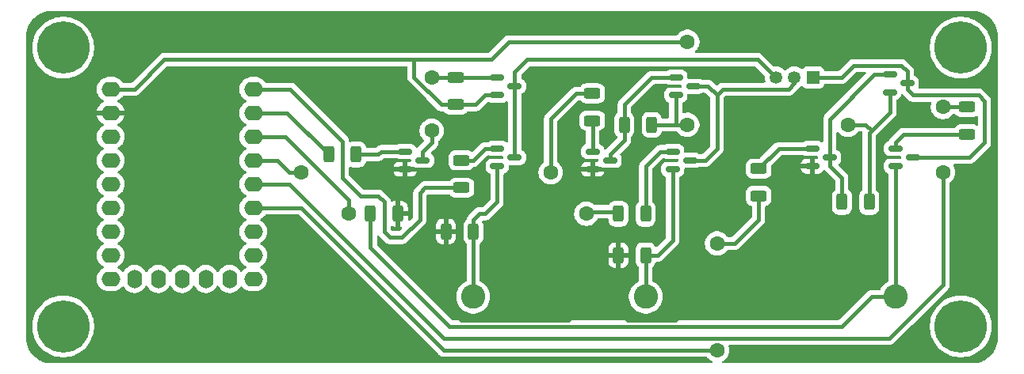
<source format=gbr>
%TF.GenerationSoftware,KiCad,Pcbnew,9.0.2*%
%TF.CreationDate,2025-07-10T10:02:47+02:00*%
%TF.ProjectId,BLDC_Motor_neu_1,424c4443-5f4d-46f7-946f-725f6e65755f,rev?*%
%TF.SameCoordinates,Original*%
%TF.FileFunction,Copper,L1,Top*%
%TF.FilePolarity,Positive*%
%FSLAX46Y46*%
G04 Gerber Fmt 4.6, Leading zero omitted, Abs format (unit mm)*
G04 Created by KiCad (PCBNEW 9.0.2) date 2025-07-10 10:02:47*
%MOMM*%
%LPD*%
G01*
G04 APERTURE LIST*
G04 Aperture macros list*
%AMRoundRect*
0 Rectangle with rounded corners*
0 $1 Rounding radius*
0 $2 $3 $4 $5 $6 $7 $8 $9 X,Y pos of 4 corners*
0 Add a 4 corners polygon primitive as box body*
4,1,4,$2,$3,$4,$5,$6,$7,$8,$9,$2,$3,0*
0 Add four circle primitives for the rounded corners*
1,1,$1+$1,$2,$3*
1,1,$1+$1,$4,$5*
1,1,$1+$1,$6,$7*
1,1,$1+$1,$8,$9*
0 Add four rect primitives between the rounded corners*
20,1,$1+$1,$2,$3,$4,$5,0*
20,1,$1+$1,$4,$5,$6,$7,0*
20,1,$1+$1,$6,$7,$8,$9,0*
20,1,$1+$1,$8,$9,$2,$3,0*%
G04 Aperture macros list end*
%TA.AperFunction,ComponentPad*%
%ADD10C,2.600000*%
%TD*%
%TA.AperFunction,SMDPad,CuDef*%
%ADD11RoundRect,0.150000X-0.587500X-0.150000X0.587500X-0.150000X0.587500X0.150000X-0.587500X0.150000X0*%
%TD*%
%TA.AperFunction,ComponentPad*%
%ADD12C,5.600000*%
%TD*%
%TA.AperFunction,SMDPad,CuDef*%
%ADD13RoundRect,0.250000X-0.312500X-0.625000X0.312500X-0.625000X0.312500X0.625000X-0.312500X0.625000X0*%
%TD*%
%TA.AperFunction,SMDPad,CuDef*%
%ADD14RoundRect,0.250000X0.312500X0.625000X-0.312500X0.625000X-0.312500X-0.625000X0.312500X-0.625000X0*%
%TD*%
%TA.AperFunction,ComponentPad*%
%ADD15O,2.000000X1.600000*%
%TD*%
%TA.AperFunction,ComponentPad*%
%ADD16O,1.600000X2.000000*%
%TD*%
%TA.AperFunction,SMDPad,CuDef*%
%ADD17RoundRect,0.250000X0.625000X-0.312500X0.625000X0.312500X-0.625000X0.312500X-0.625000X-0.312500X0*%
%TD*%
%TA.AperFunction,SMDPad,CuDef*%
%ADD18RoundRect,0.250000X-0.625000X0.312500X-0.625000X-0.312500X0.625000X-0.312500X0.625000X0.312500X0*%
%TD*%
%TA.AperFunction,ComponentPad*%
%ADD19R,1.350000X1.350000*%
%TD*%
%TA.AperFunction,ComponentPad*%
%ADD20C,1.350000*%
%TD*%
%TA.AperFunction,ViaPad*%
%ADD21C,1.600000*%
%TD*%
%TA.AperFunction,Conductor*%
%ADD22C,0.400000*%
%TD*%
G04 APERTURE END LIST*
D10*
%TO.P,J4,1,Pin_1*%
%TO.N,Net-(J4-Pin_1)*%
X199390000Y-102870000D03*
%TD*%
D11*
%TO.P,Q5,1,G*%
%TO.N,Net-(Q5-G)*%
X167035000Y-87315000D03*
%TO.P,Q5,2,S*%
%TO.N,GND*%
X167035000Y-89215000D03*
%TO.P,Q5,3,D*%
%TO.N,Net-(Q5-D)*%
X168910000Y-88265000D03*
%TD*%
%TO.P,Q9,1,G*%
%TO.N,Net-(Q8-D)*%
X198785000Y-79060000D03*
%TO.P,Q9,2,S*%
%TO.N,5V*%
X198785000Y-80960000D03*
%TO.P,Q9,3,D*%
%TO.N,Net-(J1-Pin_1)*%
X200660000Y-80010000D03*
%TD*%
D12*
%TO.P,H3,1*%
%TO.N,N/C*%
X206375000Y-76200000D03*
%TD*%
D13*
%TO.P,R20,1*%
%TO.N,GND*%
X169795000Y-98425000D03*
%TO.P,R20,2*%
%TO.N,Net-(J3-Pin_1)*%
X172720000Y-98425000D03*
%TD*%
D14*
%TO.P,R8,1*%
%TO.N,Net-(Q4-G)*%
X172720000Y-93980000D03*
%TO.P,R8,2*%
%TO.N,Net-(U1-GP2)*%
X169795000Y-93980000D03*
%TD*%
D15*
%TO.P,U1,1,5V*%
%TO.N,5V*%
X115570000Y-80645000D03*
%TO.P,U1,2,GND*%
%TO.N,GND*%
X115570000Y-83185000D03*
%TO.P,U1,3,3V3*%
%TO.N,unconnected-(U1-3V3-Pad3)*%
X115570000Y-85725000D03*
%TO.P,U1,4,GP29_ADC3*%
%TO.N,unconnected-(U1-GP29_ADC3-Pad4)*%
X115570000Y-88265000D03*
%TO.P,U1,5,GP28_ADC2*%
%TO.N,unconnected-(U1-GP28_ADC2-Pad5)*%
X115570000Y-90805000D03*
%TO.P,U1,6,GP27_ADC1*%
%TO.N,unconnected-(U1-GP27_ADC1-Pad6)*%
X115570000Y-93345000D03*
%TO.P,U1,7,GP26_ADC0*%
%TO.N,unconnected-(U1-GP26_ADC0-Pad7)*%
X115570000Y-95885000D03*
%TO.P,U1,8,GP15*%
%TO.N,unconnected-(U1-GP15-Pad8)*%
X115570000Y-98425000D03*
%TO.P,U1,9,GP14*%
%TO.N,unconnected-(U1-GP14-Pad9)*%
X115570000Y-100965000D03*
D16*
%TO.P,U1,10,GP13*%
%TO.N,unconnected-(U1-GP13-Pad10)*%
X118110000Y-100965000D03*
%TO.P,U1,11,GP12*%
%TO.N,unconnected-(U1-GP12-Pad11)*%
X120650000Y-100965000D03*
%TO.P,U1,12,GP11*%
%TO.N,unconnected-(U1-GP11-Pad12)*%
X123190000Y-100965000D03*
%TO.P,U1,13,GP10*%
%TO.N,unconnected-(U1-GP10-Pad13)*%
X125730000Y-100965000D03*
%TO.P,U1,14,GP9*%
%TO.N,unconnected-(U1-GP9-Pad14)*%
X128270000Y-100965000D03*
D15*
%TO.P,U1,15,GP8*%
%TO.N,unconnected-(U1-GP8-Pad15)*%
X130810000Y-100965000D03*
%TO.P,U1,16,GP7*%
%TO.N,unconnected-(U1-GP7-Pad16)*%
X130810000Y-98425000D03*
%TO.P,U1,17,GP6*%
%TO.N,unconnected-(U1-GP6-Pad17)*%
X130810000Y-95885000D03*
%TO.P,U1,18,GP5*%
%TO.N,Net-(U1-GP5)*%
X130810000Y-93345000D03*
%TO.P,U1,19,GP4*%
%TO.N,Net-(U1-GP4)*%
X130810000Y-90805000D03*
%TO.P,U1,20,GP3*%
%TO.N,Net-(U1-GP3)*%
X130810000Y-88265000D03*
%TO.P,U1,21,GP2*%
%TO.N,Net-(U1-GP2)*%
X130810000Y-85725000D03*
%TO.P,U1,22,GP1*%
%TO.N,Net-(U1-GP1)*%
X130810000Y-83185000D03*
%TO.P,U1,23,GP0*%
%TO.N,Net-(U1-GP0)*%
X130810000Y-80645000D03*
%TD*%
D10*
%TO.P,J3,1,Pin_1*%
%TO.N,Net-(J3-Pin_1)*%
X172720000Y-102870000D03*
%TD*%
D11*
%TO.P,Q1,1,G*%
%TO.N,Net-(Q1-G)*%
X156845000Y-87000000D03*
%TO.P,Q1,2,S*%
%TO.N,Net-(J2-Pin_1)*%
X156845000Y-88900000D03*
%TO.P,Q1,3,D*%
%TO.N,Net-(J1-Pin_3)*%
X158720000Y-87950000D03*
%TD*%
D17*
%TO.P,R3,1*%
%TO.N,Net-(U1-GP5)*%
X184785000Y-92075000D03*
%TO.P,R3,2*%
%TO.N,Net-(Q8-G)*%
X184785000Y-89150000D03*
%TD*%
D18*
%TO.P,R5,1*%
%TO.N,Net-(U1-GP3)*%
X167005000Y-81087500D03*
%TO.P,R5,2*%
%TO.N,Net-(Q5-G)*%
X167005000Y-84012500D03*
%TD*%
D12*
%TO.P,H1,1*%
%TO.N,N/C*%
X110490000Y-106045000D03*
%TD*%
D17*
%TO.P,R12,1*%
%TO.N,Net-(Q7-G)*%
X207010000Y-85475000D03*
%TO.P,R12,2*%
%TO.N,Net-(U1-GP4)*%
X207010000Y-82550000D03*
%TD*%
D12*
%TO.P,H2,1*%
%TO.N,N/C*%
X110490000Y-76200000D03*
%TD*%
D17*
%TO.P,R4,1*%
%TO.N,Net-(U1-GP0)*%
X153035000Y-91190000D03*
%TO.P,R4,2*%
%TO.N,Net-(Q1-G)*%
X153035000Y-88265000D03*
%TD*%
D10*
%TO.P,J2,1,Pin_1*%
%TO.N,Net-(J2-Pin_1)*%
X154305000Y-102870000D03*
%TD*%
D14*
%TO.P,R10,1*%
%TO.N,5V*%
X196600000Y-92710000D03*
%TO.P,R10,2*%
%TO.N,Net-(Q8-D)*%
X193675000Y-92710000D03*
%TD*%
D12*
%TO.P,H4,1*%
%TO.N,N/C*%
X206375000Y-106045000D03*
%TD*%
D11*
%TO.P,Q3,1,G*%
%TO.N,Net-(Q2-D)*%
X156845000Y-79380000D03*
%TO.P,Q3,2,S*%
%TO.N,5V*%
X156845000Y-81280000D03*
%TO.P,Q3,3,D*%
%TO.N,Net-(J1-Pin_3)*%
X158720000Y-80330000D03*
%TD*%
%TO.P,Q2,1,G*%
%TO.N,Net-(Q2-G)*%
X147017500Y-87315000D03*
%TO.P,Q2,2,S*%
%TO.N,GND*%
X147017500Y-89215000D03*
%TO.P,Q2,3,D*%
%TO.N,Net-(Q2-D)*%
X148892500Y-88265000D03*
%TD*%
D13*
%TO.P,R25,1*%
%TO.N,GND*%
X151380000Y-95885000D03*
%TO.P,R25,2*%
%TO.N,Net-(J2-Pin_1)*%
X154305000Y-95885000D03*
%TD*%
D14*
%TO.P,R6,1*%
%TO.N,5V*%
X173355000Y-84455000D03*
%TO.P,R6,2*%
%TO.N,Net-(Q5-D)*%
X170430000Y-84455000D03*
%TD*%
D11*
%TO.P,Q7,1,G*%
%TO.N,Net-(Q7-G)*%
X199390000Y-87000000D03*
%TO.P,Q7,2,S*%
%TO.N,Net-(J4-Pin_1)*%
X199390000Y-88900000D03*
%TO.P,Q7,3,D*%
%TO.N,Net-(J1-Pin_1)*%
X201265000Y-87950000D03*
%TD*%
%TO.P,Q6,1,G*%
%TO.N,Net-(Q5-D)*%
X175925000Y-79380000D03*
%TO.P,Q6,2,S*%
%TO.N,5V*%
X175925000Y-81280000D03*
%TO.P,Q6,3,D*%
%TO.N,Net-(J1-Pin_2)*%
X177800000Y-80330000D03*
%TD*%
D17*
%TO.P,R2,1*%
%TO.N,5V*%
X152400000Y-82300000D03*
%TO.P,R2,2*%
%TO.N,Net-(Q2-D)*%
X152400000Y-79375000D03*
%TD*%
D19*
%TO.P,J1,1,Pin_1*%
%TO.N,Net-(J1-Pin_1)*%
X190595000Y-79375000D03*
D20*
%TO.P,J1,2,Pin_2*%
%TO.N,Net-(J1-Pin_2)*%
X188595000Y-79375000D03*
%TO.P,J1,3,Pin_3*%
%TO.N,Net-(J1-Pin_3)*%
X186595000Y-79375000D03*
%TD*%
D13*
%TO.P,R1,1*%
%TO.N,Net-(U1-GP1)*%
X138872500Y-87630000D03*
%TO.P,R1,2*%
%TO.N,Net-(Q2-G)*%
X141797500Y-87630000D03*
%TD*%
D14*
%TO.P,R7,1*%
%TO.N,GND*%
X146242500Y-93980000D03*
%TO.P,R7,2*%
%TO.N,Net-(J4-Pin_1)*%
X143317500Y-93980000D03*
%TD*%
D11*
%TO.P,Q8,1,G*%
%TO.N,Net-(Q8-G)*%
X190500000Y-87000000D03*
%TO.P,Q8,2,S*%
%TO.N,GND*%
X190500000Y-88900000D03*
%TO.P,Q8,3,D*%
%TO.N,Net-(Q8-D)*%
X192375000Y-87950000D03*
%TD*%
%TO.P,Q4,1,G*%
%TO.N,Net-(Q4-G)*%
X175592500Y-87315000D03*
%TO.P,Q4,2,S*%
%TO.N,Net-(J3-Pin_1)*%
X175592500Y-89215000D03*
%TO.P,Q4,3,D*%
%TO.N,Net-(J1-Pin_2)*%
X177467500Y-88265000D03*
%TD*%
D21*
%TO.N,Net-(Q2-D)*%
X149860000Y-79375000D03*
X149860000Y-85090000D03*
%TO.N,5V*%
X177165000Y-84455000D03*
X194310000Y-84455000D03*
X177165000Y-75565000D03*
%TO.N,Net-(U1-GP5)*%
X180340000Y-108585000D03*
X180340000Y-97155000D03*
%TO.N,Net-(U1-GP3)*%
X135890000Y-89535000D03*
X162560000Y-89535000D03*
%TO.N,Net-(U1-GP2)*%
X166370000Y-93980000D03*
X140970000Y-93980000D03*
%TO.N,Net-(U1-GP4)*%
X204470000Y-82550000D03*
X204470000Y-89535000D03*
%TD*%
D22*
%TO.N,Net-(U1-GP3)*%
X133350000Y-88265000D02*
X130810000Y-88265000D01*
X134620000Y-89535000D02*
X133350000Y-88265000D01*
X135890000Y-89535000D02*
X134620000Y-89535000D01*
%TO.N,GND*%
X154305000Y-89535000D02*
X151130000Y-89535000D01*
X155257500Y-90487500D02*
X154305000Y-89535000D01*
X154305000Y-92710000D02*
X155257500Y-91757500D01*
X152400000Y-92710000D02*
X154305000Y-92710000D01*
X151380000Y-93730000D02*
X152400000Y-92710000D01*
X151380000Y-95885000D02*
X151380000Y-93730000D01*
X155257500Y-91757500D02*
X155257500Y-90487500D01*
%TO.N,5V*%
X175895000Y-84455000D02*
X177165000Y-84455000D01*
X175925000Y-81280000D02*
X175925000Y-84425000D01*
X175925000Y-84425000D02*
X175895000Y-84455000D01*
X173355000Y-84455000D02*
X175895000Y-84455000D01*
%TO.N,Net-(U1-GP4)*%
X134620000Y-90805000D02*
X130810000Y-90805000D01*
X151130000Y-107315000D02*
X134620000Y-90805000D01*
X198755000Y-107315000D02*
X151130000Y-107315000D01*
X204470000Y-101600000D02*
X198755000Y-107315000D01*
X204470000Y-89535000D02*
X204470000Y-101600000D01*
%TO.N,Net-(J4-Pin_1)*%
X151765000Y-106045000D02*
X193675000Y-106045000D01*
%TO.N,GND*%
X164465000Y-105410000D02*
X167005000Y-102870000D01*
X151380000Y-103755000D02*
X153035000Y-105410000D01*
X153035000Y-105410000D02*
X164465000Y-105410000D01*
X167005000Y-102870000D02*
X169795000Y-102870000D01*
X151380000Y-95885000D02*
X151380000Y-103755000D01*
%TO.N,Net-(J4-Pin_1)*%
X143317500Y-97597500D02*
X151765000Y-106045000D01*
X143317500Y-93980000D02*
X143317500Y-97597500D01*
%TO.N,Net-(Q2-D)*%
X152400000Y-79375000D02*
X149860000Y-79375000D01*
%TO.N,Net-(J2-Pin_1)*%
X154940000Y-93980000D02*
X155575000Y-93980000D01*
X154305000Y-94615000D02*
X154940000Y-93980000D01*
X154305000Y-95885000D02*
X154305000Y-94615000D01*
X154305000Y-102870000D02*
X154305000Y-95885000D01*
%TO.N,Net-(Q7-G)*%
X200275000Y-85475000D02*
X207010000Y-85475000D01*
X199390000Y-86360000D02*
X200275000Y-85475000D01*
X199390000Y-87000000D02*
X199390000Y-86360000D01*
%TO.N,Net-(J1-Pin_1)*%
X201295000Y-81280000D02*
X200660000Y-80645000D01*
X200660000Y-80645000D02*
X200660000Y-80010000D01*
X208280000Y-81280000D02*
X201295000Y-81280000D01*
X208915000Y-81915000D02*
X208280000Y-81280000D01*
X208915000Y-86360000D02*
X208915000Y-81915000D01*
X207325000Y-87950000D02*
X208915000Y-86360000D01*
X201265000Y-87950000D02*
X207325000Y-87950000D01*
%TO.N,5V*%
X196215000Y-84455000D02*
X196850000Y-85090000D01*
X194310000Y-84455000D02*
X196215000Y-84455000D01*
%TO.N,Net-(J1-Pin_2)*%
X188595000Y-80010000D02*
X187960000Y-80645000D01*
X187960000Y-80645000D02*
X180975000Y-80645000D01*
X188595000Y-79375000D02*
X188595000Y-80010000D01*
X179390000Y-80330000D02*
X180340000Y-81280000D01*
X177800000Y-80330000D02*
X179390000Y-80330000D01*
X179070000Y-88265000D02*
X180340000Y-86995000D01*
X177467500Y-88265000D02*
X179070000Y-88265000D01*
X180340000Y-86995000D02*
X180340000Y-81280000D01*
%TO.N,GND*%
X164465000Y-95250000D02*
X164465000Y-92710000D01*
X167640000Y-98425000D02*
X164465000Y-95250000D01*
X164465000Y-92710000D02*
X167035000Y-90140000D01*
X169795000Y-98425000D02*
X167640000Y-98425000D01*
X167035000Y-90140000D02*
X167035000Y-89215000D01*
%TO.N,Net-(U1-GP3)*%
X162560000Y-83820000D02*
X162560000Y-89535000D01*
X165292500Y-81087500D02*
X162560000Y-83820000D01*
X167005000Y-81087500D02*
X165292500Y-81087500D01*
%TO.N,GND*%
X151130000Y-86995000D02*
X151130000Y-89535000D01*
X151765000Y-86360000D02*
X151130000Y-86995000D01*
X151765000Y-84455000D02*
X151765000Y-86360000D01*
X146050000Y-78740000D02*
X151765000Y-84455000D01*
X122555000Y-83185000D02*
X127000000Y-78740000D01*
X115570000Y-83185000D02*
X122555000Y-83185000D01*
X127000000Y-78740000D02*
X146050000Y-78740000D01*
%TO.N,Net-(U1-GP2)*%
X140970000Y-92495764D02*
X140970000Y-93980000D01*
X134199236Y-85725000D02*
X140970000Y-92495764D01*
X130810000Y-85725000D02*
X134199236Y-85725000D01*
%TO.N,Net-(J1-Pin_3)*%
X158720000Y-78770000D02*
X158720000Y-80330000D01*
X184690000Y-77470000D02*
X160020000Y-77470000D01*
X160020000Y-77470000D02*
X158720000Y-78770000D01*
X158720000Y-87950000D02*
X158720000Y-80330000D01*
X186595000Y-79375000D02*
X184690000Y-77470000D01*
%TO.N,Net-(J1-Pin_1)*%
X194945000Y-78105000D02*
X193675000Y-79375000D01*
X200025000Y-78105000D02*
X194945000Y-78105000D01*
X193675000Y-79375000D02*
X190595000Y-79375000D01*
X200660000Y-78740000D02*
X200025000Y-78105000D01*
X200660000Y-80010000D02*
X200660000Y-78740000D01*
%TO.N,Net-(Q1-G)*%
X154305000Y-88265000D02*
X153035000Y-88265000D01*
X155570000Y-87000000D02*
X154305000Y-88265000D01*
X156845000Y-87000000D02*
X155570000Y-87000000D01*
%TO.N,Net-(Q2-G)*%
X144145000Y-87630000D02*
X141797500Y-87630000D01*
X144460000Y-87315000D02*
X144145000Y-87630000D01*
X147017500Y-87315000D02*
X144460000Y-87315000D01*
%TO.N,Net-(Q2-D)*%
X152405000Y-79380000D02*
X152400000Y-79375000D01*
X149860000Y-86360000D02*
X148892500Y-87327500D01*
X156845000Y-79380000D02*
X152405000Y-79380000D01*
X148892500Y-87327500D02*
X148892500Y-88265000D01*
X149860000Y-85090000D02*
X149860000Y-86360000D01*
%TO.N,5V*%
X156210000Y-77470000D02*
X147955000Y-77470000D01*
X121285000Y-77470000D02*
X118110000Y-80645000D01*
X150880000Y-82300000D02*
X147955000Y-79375000D01*
X198785000Y-83155000D02*
X198785000Y-80960000D01*
X147955000Y-79375000D02*
X147955000Y-77470000D01*
X196850000Y-85090000D02*
X198785000Y-83155000D01*
X152400000Y-82300000D02*
X150880000Y-82300000D01*
X196600000Y-85340000D02*
X196850000Y-85090000D01*
X156845000Y-81280000D02*
X155575000Y-81280000D01*
X158115000Y-75565000D02*
X156210000Y-77470000D01*
X147955000Y-77470000D02*
X121285000Y-77470000D01*
X155575000Y-81280000D02*
X154555000Y-82300000D01*
X196600000Y-92710000D02*
X196600000Y-85340000D01*
X177165000Y-75565000D02*
X158115000Y-75565000D01*
X154555000Y-82300000D02*
X152400000Y-82300000D01*
X118110000Y-80645000D02*
X115570000Y-80645000D01*
%TO.N,Net-(Q5-G)*%
X167035000Y-87315000D02*
X167035000Y-84042500D01*
X167035000Y-84042500D02*
X167005000Y-84012500D01*
%TO.N,GND*%
X153709920Y-92710000D02*
X153715920Y-92704000D01*
X148590000Y-89535000D02*
X148270000Y-89215000D01*
X190500000Y-88900000D02*
X190500000Y-90805000D01*
X151130000Y-89535000D02*
X148590000Y-89535000D01*
X148270000Y-89215000D02*
X147017500Y-89215000D01*
X190500000Y-90805000D02*
X175895000Y-105410000D01*
X169795000Y-102870000D02*
X169795000Y-98425000D01*
X175895000Y-105410000D02*
X170815000Y-105410000D01*
X146242500Y-92517500D02*
X147017500Y-91742500D01*
X169795000Y-104390000D02*
X169795000Y-104140000D01*
X146242500Y-93980000D02*
X146242500Y-92517500D01*
X147017500Y-91742500D02*
X147017500Y-89215000D01*
X169795000Y-104140000D02*
X169795000Y-102870000D01*
X170815000Y-105410000D02*
X169795000Y-104390000D01*
%TO.N,Net-(U1-GP1)*%
X134427500Y-83185000D02*
X130810000Y-83185000D01*
X138872500Y-87630000D02*
X134427500Y-83185000D01*
%TO.N,Net-(U1-GP5)*%
X184785000Y-94615000D02*
X184785000Y-92075000D01*
X151130000Y-108585000D02*
X135890000Y-93345000D01*
X135890000Y-93345000D02*
X130810000Y-93345000D01*
X182245000Y-97155000D02*
X184785000Y-94615000D01*
X180340000Y-108585000D02*
X151130000Y-108585000D01*
X180340000Y-97155000D02*
X182245000Y-97155000D01*
%TO.N,Net-(U1-GP0)*%
X142240000Y-92075000D02*
X144145000Y-92075000D01*
X144780000Y-95885000D02*
X145415000Y-96520000D01*
X146685000Y-96520000D02*
X148590000Y-94615000D01*
X149157500Y-91190000D02*
X153035000Y-91190000D01*
X140335000Y-90170000D02*
X142240000Y-92075000D01*
X134750580Y-80645000D02*
X130810000Y-80645000D01*
X144780000Y-92710000D02*
X144780000Y-95885000D01*
X144145000Y-92075000D02*
X144780000Y-92710000D01*
X148590000Y-91757500D02*
X149157500Y-91190000D01*
X148590000Y-94615000D02*
X148590000Y-91757500D01*
X134750580Y-80645000D02*
X140335000Y-86229420D01*
X145415000Y-96520000D02*
X146685000Y-96520000D01*
X140335000Y-86229420D02*
X140335000Y-90170000D01*
%TO.N,Net-(U1-GP2)*%
X169581471Y-93766471D02*
X169795000Y-93980000D01*
X166583529Y-93766471D02*
X169581471Y-93766471D01*
X166370000Y-93980000D02*
X166583529Y-93766471D01*
%TO.N,Net-(U1-GP4)*%
X207010000Y-82550000D02*
X204470000Y-82550000D01*
%TO.N,Net-(Q4-G)*%
X175592500Y-87315000D02*
X174305000Y-87315000D01*
X172720000Y-88900000D02*
X172720000Y-93980000D01*
X174305000Y-87315000D02*
X172720000Y-88900000D01*
%TO.N,Net-(Q5-D)*%
X170430000Y-86110000D02*
X170430000Y-84455000D01*
X175925000Y-79380000D02*
X173350000Y-79380000D01*
X170430000Y-82300000D02*
X170430000Y-84455000D01*
X168910000Y-88265000D02*
X168910000Y-87630000D01*
X173350000Y-79380000D02*
X170430000Y-82300000D01*
X168910000Y-87630000D02*
X170430000Y-86110000D01*
%TO.N,Net-(Q8-G)*%
X190500000Y-87000000D02*
X186935000Y-87000000D01*
X186935000Y-87000000D02*
X184785000Y-89150000D01*
%TO.N,Net-(Q8-D)*%
X193675000Y-90170000D02*
X192375000Y-88870000D01*
X193675000Y-92710000D02*
X193675000Y-90170000D01*
X192375000Y-83850000D02*
X197165000Y-79060000D01*
X197165000Y-79060000D02*
X198785000Y-79060000D01*
X192375000Y-88870000D02*
X192375000Y-87950000D01*
X192375000Y-87950000D02*
X192375000Y-83850000D01*
%TO.N,Net-(J2-Pin_1)*%
X156845000Y-92710000D02*
X155575000Y-93980000D01*
X156845000Y-88900000D02*
X156845000Y-92710000D01*
%TO.N,Net-(J3-Pin_1)*%
X172720000Y-98425000D02*
X173990000Y-98425000D01*
X172720000Y-102870000D02*
X172720000Y-98425000D01*
X173990000Y-98425000D02*
X175592500Y-96822500D01*
X175592500Y-96822500D02*
X175592500Y-89215000D01*
%TO.N,Net-(J1-Pin_2)*%
X180340000Y-81280000D02*
X180975000Y-80645000D01*
%TO.N,Net-(J4-Pin_1)*%
X193675000Y-106045000D02*
X196850000Y-102870000D01*
X199390000Y-88900000D02*
X199390000Y-102870000D01*
X196850000Y-102870000D02*
X199390000Y-102870000D01*
%TD*%
%TA.AperFunction,Conductor*%
%TO.N,GND*%
G36*
X207623472Y-72255695D02*
G01*
X207915306Y-72272084D01*
X207929103Y-72273638D01*
X208213827Y-72322015D01*
X208227384Y-72325109D01*
X208504899Y-72405060D01*
X208518025Y-72409653D01*
X208784841Y-72520172D01*
X208797355Y-72526198D01*
X208997541Y-72636836D01*
X209050125Y-72665899D01*
X209061899Y-72673297D01*
X209297430Y-72840415D01*
X209308302Y-72849085D01*
X209471075Y-72994548D01*
X209523642Y-73041524D01*
X209533475Y-73051357D01*
X209725914Y-73266697D01*
X209734584Y-73277569D01*
X209901702Y-73513100D01*
X209909100Y-73524874D01*
X210048797Y-73777637D01*
X210054830Y-73790165D01*
X210165346Y-74056975D01*
X210169939Y-74070100D01*
X210249890Y-74347615D01*
X210252984Y-74361172D01*
X210301359Y-74645885D01*
X210302916Y-74659703D01*
X210319305Y-74951527D01*
X210319500Y-74958480D01*
X210319500Y-107286519D01*
X210319305Y-107293472D01*
X210302916Y-107585296D01*
X210301359Y-107599114D01*
X210252984Y-107883827D01*
X210249890Y-107897384D01*
X210169939Y-108174899D01*
X210165346Y-108188024D01*
X210054830Y-108454834D01*
X210048797Y-108467362D01*
X209909100Y-108720125D01*
X209901702Y-108731899D01*
X209734584Y-108967430D01*
X209725914Y-108978302D01*
X209533475Y-109193642D01*
X209523642Y-109203475D01*
X209308302Y-109395914D01*
X209297430Y-109404584D01*
X209061899Y-109571702D01*
X209050125Y-109579100D01*
X208797362Y-109718797D01*
X208784834Y-109724830D01*
X208518024Y-109835346D01*
X208504899Y-109839939D01*
X208227384Y-109919890D01*
X208213827Y-109922984D01*
X207929114Y-109971359D01*
X207915296Y-109972916D01*
X207623472Y-109989305D01*
X207616519Y-109989500D01*
X180964608Y-109989500D01*
X180897569Y-109969815D01*
X180851814Y-109917011D01*
X180841870Y-109847853D01*
X180870895Y-109784297D01*
X180908313Y-109755015D01*
X180922218Y-109747929D01*
X181021610Y-109697287D01*
X181114590Y-109629732D01*
X181187213Y-109576971D01*
X181187215Y-109576968D01*
X181187219Y-109576966D01*
X181331966Y-109432219D01*
X181331968Y-109432215D01*
X181331971Y-109432213D01*
X181384732Y-109359590D01*
X181452287Y-109266610D01*
X181545220Y-109084219D01*
X181608477Y-108889534D01*
X181640500Y-108687352D01*
X181640500Y-108482648D01*
X181608477Y-108280466D01*
X181608476Y-108280462D01*
X181608476Y-108280461D01*
X181575125Y-108177818D01*
X181573130Y-108107977D01*
X181609210Y-108048144D01*
X181671911Y-108017316D01*
X181693056Y-108015500D01*
X198823996Y-108015500D01*
X198915040Y-107997389D01*
X198959328Y-107988580D01*
X199023069Y-107962177D01*
X199086807Y-107935777D01*
X199086808Y-107935776D01*
X199086811Y-107935775D01*
X199201543Y-107859114D01*
X200212755Y-106847902D01*
X201177798Y-105882860D01*
X203074500Y-105882860D01*
X203074500Y-106207139D01*
X203106284Y-106529857D01*
X203106287Y-106529874D01*
X203169545Y-106847902D01*
X203169548Y-106847913D01*
X203263686Y-107158247D01*
X203387786Y-107457849D01*
X203387788Y-107457854D01*
X203540646Y-107743830D01*
X203540657Y-107743848D01*
X203720811Y-108013467D01*
X203720821Y-108013481D01*
X203926546Y-108264158D01*
X204155841Y-108493453D01*
X204155846Y-108493457D01*
X204155847Y-108493458D01*
X204406524Y-108699183D01*
X204676158Y-108879347D01*
X204676167Y-108879352D01*
X204676169Y-108879353D01*
X204962145Y-109032211D01*
X204962147Y-109032211D01*
X204962153Y-109032215D01*
X205261754Y-109156314D01*
X205572077Y-109250449D01*
X205572083Y-109250450D01*
X205572086Y-109250451D01*
X205572097Y-109250454D01*
X205748290Y-109285500D01*
X205890132Y-109313714D01*
X206212857Y-109345500D01*
X206212860Y-109345500D01*
X206537140Y-109345500D01*
X206537143Y-109345500D01*
X206859868Y-109313714D01*
X207017295Y-109282399D01*
X207177902Y-109250454D01*
X207177913Y-109250451D01*
X207177913Y-109250450D01*
X207177923Y-109250449D01*
X207488246Y-109156314D01*
X207787847Y-109032215D01*
X208073842Y-108879347D01*
X208343476Y-108699183D01*
X208594153Y-108493458D01*
X208823458Y-108264153D01*
X209029183Y-108013476D01*
X209209347Y-107743842D01*
X209362215Y-107457847D01*
X209486314Y-107158246D01*
X209580449Y-106847923D01*
X209580451Y-106847913D01*
X209580454Y-106847902D01*
X209612399Y-106687295D01*
X209643714Y-106529868D01*
X209675500Y-106207143D01*
X209675500Y-105882857D01*
X209643714Y-105560132D01*
X209620122Y-105441528D01*
X209580454Y-105242097D01*
X209580451Y-105242086D01*
X209580450Y-105242083D01*
X209580449Y-105242077D01*
X209486314Y-104931754D01*
X209362215Y-104632153D01*
X209347041Y-104603765D01*
X209209353Y-104346169D01*
X209209352Y-104346167D01*
X209209347Y-104346158D01*
X209029183Y-104076524D01*
X208823458Y-103825847D01*
X208823457Y-103825846D01*
X208823453Y-103825841D01*
X208594158Y-103596546D01*
X208343481Y-103390821D01*
X208343480Y-103390820D01*
X208343476Y-103390817D01*
X208073842Y-103210653D01*
X208073837Y-103210650D01*
X208073830Y-103210646D01*
X207787854Y-103057788D01*
X207787849Y-103057786D01*
X207488247Y-102933686D01*
X207177913Y-102839548D01*
X207177902Y-102839545D01*
X206859874Y-102776287D01*
X206859857Y-102776284D01*
X206613078Y-102751979D01*
X206537143Y-102744500D01*
X206212857Y-102744500D01*
X206140099Y-102751666D01*
X205890142Y-102776284D01*
X205890125Y-102776287D01*
X205572097Y-102839545D01*
X205572086Y-102839548D01*
X205261752Y-102933686D01*
X204962150Y-103057786D01*
X204962145Y-103057788D01*
X204676169Y-103210646D01*
X204676151Y-103210657D01*
X204406532Y-103390811D01*
X204406518Y-103390821D01*
X204155841Y-103596546D01*
X203926546Y-103825841D01*
X203720821Y-104076518D01*
X203720811Y-104076532D01*
X203540657Y-104346151D01*
X203540646Y-104346169D01*
X203387788Y-104632145D01*
X203387786Y-104632150D01*
X203263686Y-104931752D01*
X203169548Y-105242086D01*
X203169545Y-105242097D01*
X203106287Y-105560125D01*
X203106284Y-105560142D01*
X203074500Y-105882860D01*
X201177798Y-105882860D01*
X201268526Y-105792132D01*
X205014111Y-102046546D01*
X205014112Y-102046545D01*
X205014114Y-102046543D01*
X205090775Y-101931811D01*
X205143580Y-101804328D01*
X205167052Y-101686328D01*
X205170500Y-101668995D01*
X205170500Y-90696744D01*
X205190185Y-90629705D01*
X205221615Y-90596426D01*
X205317215Y-90526969D01*
X205317215Y-90526968D01*
X205317219Y-90526966D01*
X205461966Y-90382219D01*
X205461968Y-90382215D01*
X205461971Y-90382213D01*
X205532753Y-90284788D01*
X205582287Y-90216610D01*
X205675220Y-90034219D01*
X205738477Y-89839534D01*
X205770500Y-89637352D01*
X205770500Y-89432648D01*
X205752262Y-89317498D01*
X205738477Y-89230465D01*
X205703384Y-89122461D01*
X205675220Y-89035781D01*
X205675218Y-89035778D01*
X205675218Y-89035776D01*
X205582285Y-88853387D01*
X205577924Y-88847384D01*
X205554445Y-88781577D01*
X205570271Y-88713524D01*
X205620378Y-88664830D01*
X205678243Y-88650500D01*
X207393996Y-88650500D01*
X207497842Y-88629843D01*
X207529328Y-88623580D01*
X207593069Y-88597177D01*
X207656807Y-88570777D01*
X207656808Y-88570776D01*
X207656811Y-88570775D01*
X207771543Y-88494114D01*
X209459114Y-86806543D01*
X209535775Y-86691811D01*
X209538321Y-86685666D01*
X209574951Y-86597232D01*
X209588580Y-86564328D01*
X209597914Y-86517402D01*
X209615500Y-86428996D01*
X209615500Y-81846007D01*
X209613251Y-81834704D01*
X209613251Y-81834703D01*
X209588580Y-81710672D01*
X209580182Y-81690398D01*
X209535777Y-81583192D01*
X209459112Y-81468454D01*
X208726545Y-80735887D01*
X208611807Y-80659222D01*
X208484332Y-80606421D01*
X208484322Y-80606418D01*
X208348996Y-80579500D01*
X208348994Y-80579500D01*
X208348993Y-80579500D01*
X201968173Y-80579500D01*
X201901134Y-80559815D01*
X201855379Y-80507011D01*
X201845435Y-80437853D01*
X201849097Y-80420905D01*
X201895097Y-80262573D01*
X201895098Y-80262567D01*
X201897999Y-80225701D01*
X201898000Y-80225694D01*
X201898000Y-79794306D01*
X201895098Y-79757431D01*
X201880391Y-79706811D01*
X201849245Y-79599606D01*
X201849244Y-79599603D01*
X201849244Y-79599602D01*
X201765581Y-79458135D01*
X201765579Y-79458133D01*
X201765576Y-79458129D01*
X201649370Y-79341923D01*
X201649362Y-79341917D01*
X201507896Y-79258255D01*
X201507894Y-79258254D01*
X201449904Y-79241406D01*
X201391018Y-79203799D01*
X201361813Y-79140326D01*
X201360500Y-79122330D01*
X201360500Y-78671004D01*
X201333581Y-78535677D01*
X201333580Y-78535676D01*
X201333580Y-78535672D01*
X201280775Y-78408189D01*
X201269904Y-78391919D01*
X201269903Y-78391917D01*
X201204114Y-78293456D01*
X200471545Y-77560887D01*
X200356807Y-77484222D01*
X200229332Y-77431421D01*
X200229322Y-77431418D01*
X200093996Y-77404500D01*
X200093994Y-77404500D01*
X200093993Y-77404500D01*
X194876007Y-77404500D01*
X194876003Y-77404500D01*
X194767590Y-77426065D01*
X194767589Y-77426065D01*
X194740681Y-77431418D01*
X194740671Y-77431420D01*
X194613190Y-77484224D01*
X194498454Y-77560887D01*
X194498453Y-77560888D01*
X193421162Y-78638181D01*
X193359839Y-78671666D01*
X193333481Y-78674500D01*
X191880764Y-78674500D01*
X191813725Y-78654815D01*
X191767970Y-78602011D01*
X191764582Y-78593833D01*
X191713797Y-78457671D01*
X191713793Y-78457664D01*
X191627547Y-78342455D01*
X191627544Y-78342452D01*
X191512335Y-78256206D01*
X191512328Y-78256202D01*
X191377482Y-78205908D01*
X191377483Y-78205908D01*
X191317883Y-78199501D01*
X191317881Y-78199500D01*
X191317873Y-78199500D01*
X191317864Y-78199500D01*
X189872129Y-78199500D01*
X189872123Y-78199501D01*
X189812516Y-78205908D01*
X189677671Y-78256202D01*
X189677664Y-78256206D01*
X189562455Y-78342452D01*
X189498758Y-78427539D01*
X189442823Y-78469410D01*
X189373132Y-78474393D01*
X189326607Y-78453545D01*
X189211099Y-78369624D01*
X189211098Y-78369623D01*
X189211096Y-78369622D01*
X189157772Y-78342452D01*
X189046235Y-78285620D01*
X189046232Y-78285619D01*
X188870265Y-78228445D01*
X188767218Y-78212124D01*
X188687514Y-78199500D01*
X188502486Y-78199500D01*
X188462028Y-78205908D01*
X188319734Y-78228445D01*
X188143767Y-78285619D01*
X188143764Y-78285620D01*
X187978903Y-78369622D01*
X187899188Y-78427539D01*
X187829213Y-78478379D01*
X187829211Y-78478381D01*
X187829210Y-78478381D01*
X187698381Y-78609210D01*
X187695314Y-78613432D01*
X187639981Y-78656094D01*
X187570367Y-78662069D01*
X187508574Y-78629459D01*
X187494686Y-78613432D01*
X187491621Y-78609213D01*
X187360787Y-78478379D01*
X187211096Y-78369622D01*
X187046235Y-78285620D01*
X187046232Y-78285619D01*
X186870265Y-78228445D01*
X186767218Y-78212124D01*
X186687514Y-78199500D01*
X186502486Y-78199500D01*
X186502482Y-78199500D01*
X186485179Y-78202240D01*
X186415886Y-78193283D01*
X186378104Y-78167447D01*
X185136546Y-76925888D01*
X185136545Y-76925887D01*
X185021807Y-76849222D01*
X184894332Y-76796421D01*
X184894322Y-76796418D01*
X184758996Y-76769500D01*
X184758994Y-76769500D01*
X184758993Y-76769500D01*
X178099047Y-76769500D01*
X178032008Y-76749815D01*
X177986253Y-76697011D01*
X177976309Y-76627853D01*
X178005334Y-76564297D01*
X178011366Y-76557819D01*
X178012219Y-76556966D01*
X178156966Y-76412219D01*
X178156968Y-76412215D01*
X178156971Y-76412213D01*
X178226425Y-76316616D01*
X178277287Y-76246610D01*
X178370220Y-76064219D01*
X178378785Y-76037860D01*
X203074500Y-76037860D01*
X203074500Y-76362139D01*
X203106284Y-76684857D01*
X203106287Y-76684874D01*
X203169545Y-77002902D01*
X203169548Y-77002913D01*
X203263686Y-77313247D01*
X203387786Y-77612849D01*
X203387788Y-77612854D01*
X203540646Y-77898830D01*
X203540657Y-77898848D01*
X203720811Y-78168467D01*
X203720821Y-78168481D01*
X203926546Y-78419158D01*
X204155841Y-78648453D01*
X204155846Y-78648457D01*
X204155847Y-78648458D01*
X204406524Y-78854183D01*
X204676158Y-79034347D01*
X204676167Y-79034352D01*
X204676169Y-79034353D01*
X204962145Y-79187211D01*
X204962147Y-79187211D01*
X204962153Y-79187215D01*
X205261754Y-79311314D01*
X205572077Y-79405449D01*
X205572083Y-79405450D01*
X205572086Y-79405451D01*
X205572097Y-79405454D01*
X205765856Y-79443994D01*
X205890132Y-79468714D01*
X206212857Y-79500500D01*
X206212860Y-79500500D01*
X206537140Y-79500500D01*
X206537143Y-79500500D01*
X206859868Y-79468714D01*
X207017295Y-79437399D01*
X207177902Y-79405454D01*
X207177913Y-79405451D01*
X207177913Y-79405450D01*
X207177923Y-79405449D01*
X207488246Y-79311314D01*
X207787847Y-79187215D01*
X208073842Y-79034347D01*
X208343476Y-78854183D01*
X208594153Y-78648458D01*
X208823458Y-78419153D01*
X209029183Y-78168476D01*
X209209347Y-77898842D01*
X209362215Y-77612847D01*
X209486314Y-77313246D01*
X209580449Y-77002923D01*
X209580451Y-77002913D01*
X209580454Y-77002902D01*
X209621525Y-76796418D01*
X209643714Y-76684868D01*
X209675500Y-76362143D01*
X209675500Y-76037857D01*
X209643714Y-75715132D01*
X209620122Y-75596528D01*
X209580454Y-75397097D01*
X209580451Y-75397086D01*
X209580450Y-75397083D01*
X209580449Y-75397077D01*
X209486314Y-75086754D01*
X209362215Y-74787153D01*
X209325137Y-74717786D01*
X209209353Y-74501169D01*
X209209352Y-74501167D01*
X209209347Y-74501158D01*
X209029183Y-74231524D01*
X208823458Y-73980847D01*
X208823457Y-73980846D01*
X208823453Y-73980841D01*
X208594158Y-73751546D01*
X208343481Y-73545821D01*
X208343480Y-73545820D01*
X208343476Y-73545817D01*
X208073842Y-73365653D01*
X208073837Y-73365650D01*
X208073830Y-73365646D01*
X207787854Y-73212788D01*
X207787849Y-73212786D01*
X207488247Y-73088686D01*
X207177913Y-72994548D01*
X207177902Y-72994545D01*
X206859874Y-72931287D01*
X206859857Y-72931284D01*
X206615812Y-72907248D01*
X206537143Y-72899500D01*
X206212857Y-72899500D01*
X206140099Y-72906666D01*
X205890142Y-72931284D01*
X205890125Y-72931287D01*
X205572097Y-72994545D01*
X205572086Y-72994548D01*
X205261752Y-73088686D01*
X204962150Y-73212786D01*
X204962145Y-73212788D01*
X204676169Y-73365646D01*
X204676151Y-73365657D01*
X204406532Y-73545811D01*
X204406518Y-73545821D01*
X204155841Y-73751546D01*
X203926546Y-73980841D01*
X203720821Y-74231518D01*
X203720811Y-74231532D01*
X203540657Y-74501151D01*
X203540646Y-74501169D01*
X203387788Y-74787145D01*
X203387786Y-74787150D01*
X203263686Y-75086752D01*
X203169548Y-75397086D01*
X203169545Y-75397097D01*
X203106287Y-75715125D01*
X203106284Y-75715142D01*
X203074500Y-76037860D01*
X178378785Y-76037860D01*
X178433477Y-75869534D01*
X178465500Y-75667352D01*
X178465500Y-75462648D01*
X178433477Y-75260466D01*
X178370220Y-75065781D01*
X178370218Y-75065778D01*
X178370218Y-75065776D01*
X178313774Y-74955000D01*
X178277287Y-74883390D01*
X178257424Y-74856051D01*
X178156971Y-74717786D01*
X178012213Y-74573028D01*
X177846613Y-74452715D01*
X177846612Y-74452714D01*
X177846610Y-74452713D01*
X177765468Y-74411369D01*
X177664223Y-74359781D01*
X177469534Y-74296522D01*
X177294995Y-74268878D01*
X177267352Y-74264500D01*
X177062648Y-74264500D01*
X177038329Y-74268351D01*
X176860465Y-74296522D01*
X176665776Y-74359781D01*
X176483386Y-74452715D01*
X176317786Y-74573028D01*
X176173030Y-74717784D01*
X176103575Y-74813384D01*
X176048245Y-74856051D01*
X176003256Y-74864500D01*
X158046004Y-74864500D01*
X157910677Y-74891418D01*
X157910667Y-74891421D01*
X157783192Y-74944222D01*
X157668454Y-75020887D01*
X157668453Y-75020888D01*
X155956162Y-76733181D01*
X155894839Y-76766666D01*
X155868481Y-76769500D01*
X121216004Y-76769500D01*
X121080677Y-76796418D01*
X121080667Y-76796421D01*
X120953192Y-76849222D01*
X120838454Y-76925887D01*
X120838453Y-76925888D01*
X117856162Y-79908181D01*
X117794839Y-79941666D01*
X117768481Y-79944500D01*
X116931744Y-79944500D01*
X116864705Y-79924815D01*
X116831425Y-79893384D01*
X116761969Y-79797784D01*
X116617213Y-79653028D01*
X116451613Y-79532715D01*
X116451612Y-79532714D01*
X116451610Y-79532713D01*
X116388389Y-79500500D01*
X116269223Y-79439781D01*
X116074534Y-79376522D01*
X115899995Y-79348878D01*
X115872352Y-79344500D01*
X115267648Y-79344500D01*
X115243329Y-79348351D01*
X115065465Y-79376522D01*
X114870776Y-79439781D01*
X114688386Y-79532715D01*
X114522786Y-79653028D01*
X114378028Y-79797786D01*
X114257715Y-79963386D01*
X114164781Y-80145776D01*
X114101522Y-80340465D01*
X114069500Y-80542648D01*
X114069500Y-80747351D01*
X114101522Y-80949534D01*
X114164781Y-81144223D01*
X114199605Y-81212567D01*
X114253620Y-81318578D01*
X114257715Y-81326613D01*
X114378028Y-81492213D01*
X114522786Y-81636971D01*
X114648893Y-81728591D01*
X114688390Y-81757287D01*
X114748668Y-81788000D01*
X114781629Y-81804795D01*
X114832425Y-81852770D01*
X114849220Y-81920591D01*
X114826682Y-81986726D01*
X114781629Y-82025765D01*
X114688650Y-82073140D01*
X114523105Y-82193417D01*
X114523104Y-82193417D01*
X114378417Y-82338104D01*
X114378417Y-82338105D01*
X114258140Y-82503650D01*
X114165244Y-82685970D01*
X114102009Y-82880586D01*
X114093391Y-82935000D01*
X115136988Y-82935000D01*
X115104075Y-82992007D01*
X115070000Y-83119174D01*
X115070000Y-83250826D01*
X115104075Y-83377993D01*
X115136988Y-83435000D01*
X114093391Y-83435000D01*
X114102009Y-83489413D01*
X114165244Y-83684029D01*
X114258140Y-83866349D01*
X114378417Y-84031894D01*
X114378417Y-84031895D01*
X114523104Y-84176582D01*
X114688652Y-84296861D01*
X114781628Y-84344234D01*
X114832425Y-84392208D01*
X114849220Y-84460029D01*
X114826683Y-84526164D01*
X114781630Y-84565203D01*
X114688388Y-84612713D01*
X114522786Y-84733028D01*
X114378028Y-84877786D01*
X114257715Y-85043386D01*
X114164781Y-85225776D01*
X114101522Y-85420465D01*
X114081219Y-85548656D01*
X114069500Y-85622648D01*
X114069500Y-85827352D01*
X114069999Y-85830500D01*
X114101522Y-86029534D01*
X114164781Y-86224223D01*
X114213678Y-86320187D01*
X114240568Y-86372962D01*
X114257715Y-86406613D01*
X114378028Y-86572213D01*
X114522786Y-86716971D01*
X114646074Y-86806543D01*
X114688390Y-86837287D01*
X114774097Y-86880957D01*
X114781080Y-86884515D01*
X114831876Y-86932490D01*
X114848671Y-87000311D01*
X114826134Y-87066446D01*
X114781080Y-87105485D01*
X114688386Y-87152715D01*
X114522786Y-87273028D01*
X114378028Y-87417786D01*
X114257715Y-87583386D01*
X114164781Y-87765776D01*
X114101522Y-87960465D01*
X114069500Y-88162648D01*
X114069500Y-88367351D01*
X114101522Y-88569534D01*
X114164781Y-88764223D01*
X114207322Y-88847712D01*
X114257230Y-88945663D01*
X114257715Y-88946613D01*
X114378028Y-89112213D01*
X114522786Y-89256971D01*
X114668022Y-89362489D01*
X114688390Y-89377287D01*
X114779840Y-89423883D01*
X114781080Y-89424515D01*
X114831876Y-89472490D01*
X114848671Y-89540311D01*
X114826134Y-89606446D01*
X114781080Y-89645485D01*
X114688386Y-89692715D01*
X114522786Y-89813028D01*
X114378028Y-89957786D01*
X114257715Y-90123386D01*
X114164781Y-90305776D01*
X114101522Y-90500465D01*
X114069500Y-90702648D01*
X114069500Y-90907351D01*
X114101522Y-91109534D01*
X114164781Y-91304223D01*
X114199994Y-91373331D01*
X114253768Y-91478868D01*
X114257715Y-91486613D01*
X114378028Y-91652213D01*
X114522786Y-91796971D01*
X114655421Y-91893334D01*
X114688390Y-91917287D01*
X114779840Y-91963883D01*
X114781080Y-91964515D01*
X114831876Y-92012490D01*
X114848671Y-92080311D01*
X114826134Y-92146446D01*
X114781080Y-92185485D01*
X114688386Y-92232715D01*
X114522786Y-92353028D01*
X114378028Y-92497786D01*
X114257715Y-92663386D01*
X114164781Y-92845776D01*
X114101522Y-93040465D01*
X114069500Y-93242648D01*
X114069500Y-93447351D01*
X114101522Y-93649534D01*
X114164781Y-93844223D01*
X114207321Y-93927710D01*
X114254250Y-94019814D01*
X114257715Y-94026613D01*
X114378028Y-94192213D01*
X114522786Y-94336971D01*
X114677749Y-94449556D01*
X114688390Y-94457287D01*
X114779840Y-94503883D01*
X114781080Y-94504515D01*
X114831876Y-94552490D01*
X114848671Y-94620311D01*
X114826134Y-94686446D01*
X114781080Y-94725485D01*
X114688386Y-94772715D01*
X114522786Y-94893028D01*
X114378032Y-95037782D01*
X114378032Y-95037783D01*
X114257715Y-95203386D01*
X114164781Y-95385776D01*
X114101522Y-95580465D01*
X114069500Y-95782648D01*
X114069500Y-95987351D01*
X114101522Y-96189534D01*
X114164781Y-96384223D01*
X114199146Y-96451666D01*
X114254354Y-96560018D01*
X114257715Y-96566613D01*
X114378028Y-96732213D01*
X114522786Y-96876971D01*
X114660090Y-96976726D01*
X114688390Y-96997287D01*
X114779840Y-97043883D01*
X114781080Y-97044515D01*
X114831876Y-97092490D01*
X114848671Y-97160311D01*
X114826134Y-97226446D01*
X114781080Y-97265485D01*
X114688386Y-97312715D01*
X114522786Y-97433028D01*
X114378028Y-97577786D01*
X114257715Y-97743386D01*
X114164781Y-97925776D01*
X114101522Y-98120465D01*
X114069500Y-98322648D01*
X114069500Y-98527351D01*
X114101522Y-98729534D01*
X114164781Y-98924223D01*
X114187655Y-98969114D01*
X114254354Y-99100018D01*
X114257715Y-99106613D01*
X114378028Y-99272213D01*
X114522786Y-99416971D01*
X114662318Y-99518345D01*
X114688390Y-99537287D01*
X114779840Y-99583883D01*
X114781080Y-99584515D01*
X114831876Y-99632490D01*
X114848671Y-99700311D01*
X114826134Y-99766446D01*
X114781080Y-99805485D01*
X114688386Y-99852715D01*
X114522786Y-99973028D01*
X114378028Y-100117786D01*
X114257715Y-100283386D01*
X114164781Y-100465776D01*
X114101522Y-100660465D01*
X114069500Y-100862648D01*
X114069500Y-101067351D01*
X114101522Y-101269534D01*
X114164781Y-101464223D01*
X114257715Y-101646613D01*
X114378028Y-101812213D01*
X114522786Y-101956971D01*
X114646074Y-102046543D01*
X114688390Y-102077287D01*
X114804607Y-102136503D01*
X114870776Y-102170218D01*
X114870778Y-102170218D01*
X114870781Y-102170220D01*
X114975137Y-102204127D01*
X115065465Y-102233477D01*
X115164874Y-102249222D01*
X115267648Y-102265500D01*
X115267649Y-102265500D01*
X115872351Y-102265500D01*
X115872352Y-102265500D01*
X116074534Y-102233477D01*
X116269219Y-102170220D01*
X116451610Y-102077287D01*
X116544590Y-102009732D01*
X116617213Y-101956971D01*
X116617215Y-101956968D01*
X116617219Y-101956966D01*
X116761966Y-101812219D01*
X116771293Y-101799381D01*
X116826620Y-101756713D01*
X116896233Y-101750731D01*
X116958030Y-101783333D01*
X116982098Y-101815965D01*
X116997714Y-101846613D01*
X117118028Y-102012213D01*
X117262786Y-102156971D01*
X117412166Y-102265500D01*
X117428390Y-102277287D01*
X117523771Y-102325886D01*
X117610776Y-102370218D01*
X117610778Y-102370218D01*
X117610781Y-102370220D01*
X117715137Y-102404127D01*
X117805465Y-102433477D01*
X117906557Y-102449488D01*
X118007648Y-102465500D01*
X118007649Y-102465500D01*
X118212351Y-102465500D01*
X118212352Y-102465500D01*
X118414534Y-102433477D01*
X118609219Y-102370220D01*
X118791610Y-102277287D01*
X118884590Y-102209732D01*
X118957213Y-102156971D01*
X118957215Y-102156968D01*
X118957219Y-102156966D01*
X119101966Y-102012219D01*
X119101968Y-102012215D01*
X119101971Y-102012213D01*
X119222284Y-101846614D01*
X119222286Y-101846611D01*
X119222287Y-101846610D01*
X119269516Y-101753917D01*
X119317489Y-101703123D01*
X119385310Y-101686328D01*
X119451445Y-101708865D01*
X119490483Y-101753917D01*
X119505472Y-101783333D01*
X119537715Y-101846614D01*
X119658028Y-102012213D01*
X119802786Y-102156971D01*
X119952166Y-102265500D01*
X119968390Y-102277287D01*
X120063771Y-102325886D01*
X120150776Y-102370218D01*
X120150778Y-102370218D01*
X120150781Y-102370220D01*
X120255137Y-102404127D01*
X120345465Y-102433477D01*
X120446557Y-102449488D01*
X120547648Y-102465500D01*
X120547649Y-102465500D01*
X120752351Y-102465500D01*
X120752352Y-102465500D01*
X120954534Y-102433477D01*
X121149219Y-102370220D01*
X121331610Y-102277287D01*
X121424590Y-102209732D01*
X121497213Y-102156971D01*
X121497215Y-102156968D01*
X121497219Y-102156966D01*
X121641966Y-102012219D01*
X121641968Y-102012215D01*
X121641971Y-102012213D01*
X121762284Y-101846614D01*
X121762286Y-101846611D01*
X121762287Y-101846610D01*
X121809516Y-101753917D01*
X121857489Y-101703123D01*
X121925310Y-101686328D01*
X121991445Y-101708865D01*
X122030483Y-101753917D01*
X122045472Y-101783333D01*
X122077715Y-101846614D01*
X122198028Y-102012213D01*
X122342786Y-102156971D01*
X122492166Y-102265500D01*
X122508390Y-102277287D01*
X122603771Y-102325886D01*
X122690776Y-102370218D01*
X122690778Y-102370218D01*
X122690781Y-102370220D01*
X122795137Y-102404127D01*
X122885465Y-102433477D01*
X122986557Y-102449488D01*
X123087648Y-102465500D01*
X123087649Y-102465500D01*
X123292351Y-102465500D01*
X123292352Y-102465500D01*
X123494534Y-102433477D01*
X123689219Y-102370220D01*
X123871610Y-102277287D01*
X123964590Y-102209732D01*
X124037213Y-102156971D01*
X124037215Y-102156968D01*
X124037219Y-102156966D01*
X124181966Y-102012219D01*
X124181968Y-102012215D01*
X124181971Y-102012213D01*
X124302284Y-101846614D01*
X124302286Y-101846611D01*
X124302287Y-101846610D01*
X124349516Y-101753917D01*
X124397489Y-101703123D01*
X124465310Y-101686328D01*
X124531445Y-101708865D01*
X124570483Y-101753917D01*
X124585472Y-101783333D01*
X124617715Y-101846614D01*
X124738028Y-102012213D01*
X124882786Y-102156971D01*
X125032166Y-102265500D01*
X125048390Y-102277287D01*
X125143771Y-102325886D01*
X125230776Y-102370218D01*
X125230778Y-102370218D01*
X125230781Y-102370220D01*
X125335137Y-102404127D01*
X125425465Y-102433477D01*
X125526557Y-102449488D01*
X125627648Y-102465500D01*
X125627649Y-102465500D01*
X125832351Y-102465500D01*
X125832352Y-102465500D01*
X126034534Y-102433477D01*
X126229219Y-102370220D01*
X126411610Y-102277287D01*
X126504590Y-102209732D01*
X126577213Y-102156971D01*
X126577215Y-102156968D01*
X126577219Y-102156966D01*
X126721966Y-102012219D01*
X126721968Y-102012215D01*
X126721971Y-102012213D01*
X126842284Y-101846614D01*
X126842286Y-101846611D01*
X126842287Y-101846610D01*
X126889516Y-101753917D01*
X126937489Y-101703123D01*
X127005310Y-101686328D01*
X127071445Y-101708865D01*
X127110483Y-101753917D01*
X127125472Y-101783333D01*
X127157715Y-101846614D01*
X127278028Y-102012213D01*
X127422786Y-102156971D01*
X127572166Y-102265500D01*
X127588390Y-102277287D01*
X127683771Y-102325886D01*
X127770776Y-102370218D01*
X127770778Y-102370218D01*
X127770781Y-102370220D01*
X127875137Y-102404127D01*
X127965465Y-102433477D01*
X128066557Y-102449488D01*
X128167648Y-102465500D01*
X128167649Y-102465500D01*
X128372351Y-102465500D01*
X128372352Y-102465500D01*
X128574534Y-102433477D01*
X128769219Y-102370220D01*
X128951610Y-102277287D01*
X129044590Y-102209732D01*
X129117213Y-102156971D01*
X129117215Y-102156968D01*
X129117219Y-102156966D01*
X129261966Y-102012219D01*
X129261968Y-102012215D01*
X129261971Y-102012213D01*
X129382286Y-101846611D01*
X129397900Y-101815968D01*
X129445874Y-101765172D01*
X129513695Y-101748376D01*
X129579830Y-101770913D01*
X129608704Y-101799378D01*
X129618030Y-101812215D01*
X129762786Y-101956971D01*
X129886074Y-102046543D01*
X129928390Y-102077287D01*
X130044607Y-102136503D01*
X130110776Y-102170218D01*
X130110778Y-102170218D01*
X130110781Y-102170220D01*
X130215137Y-102204127D01*
X130305465Y-102233477D01*
X130404874Y-102249222D01*
X130507648Y-102265500D01*
X130507649Y-102265500D01*
X131112351Y-102265500D01*
X131112352Y-102265500D01*
X131314534Y-102233477D01*
X131509219Y-102170220D01*
X131691610Y-102077287D01*
X131784590Y-102009732D01*
X131857213Y-101956971D01*
X131857215Y-101956968D01*
X131857219Y-101956966D01*
X132001966Y-101812219D01*
X132001968Y-101812215D01*
X132001971Y-101812213D01*
X132093430Y-101686328D01*
X132122287Y-101646610D01*
X132215220Y-101464219D01*
X132278477Y-101269534D01*
X132310500Y-101067352D01*
X132310500Y-100862648D01*
X132278477Y-100660466D01*
X132215220Y-100465781D01*
X132215218Y-100465778D01*
X132215218Y-100465776D01*
X132132527Y-100303488D01*
X132122287Y-100283390D01*
X132048350Y-100181623D01*
X132001971Y-100117786D01*
X131857213Y-99973028D01*
X131691614Y-99852715D01*
X131685006Y-99849348D01*
X131598917Y-99805483D01*
X131548123Y-99757511D01*
X131531328Y-99689690D01*
X131553865Y-99623555D01*
X131598917Y-99584516D01*
X131691610Y-99537287D01*
X131717682Y-99518345D01*
X131857213Y-99416971D01*
X131857215Y-99416968D01*
X131857219Y-99416966D01*
X132001966Y-99272219D01*
X132001968Y-99272215D01*
X132001971Y-99272213D01*
X132088546Y-99153051D01*
X132122287Y-99106610D01*
X132215220Y-98924219D01*
X132278477Y-98729534D01*
X132310500Y-98527352D01*
X132310500Y-98322648D01*
X132301731Y-98267284D01*
X132278477Y-98120465D01*
X132215218Y-97925776D01*
X132179410Y-97855500D01*
X132122287Y-97743390D01*
X132090119Y-97699114D01*
X132001971Y-97577786D01*
X131857213Y-97433028D01*
X131691614Y-97312715D01*
X131681071Y-97307343D01*
X131598917Y-97265483D01*
X131548123Y-97217511D01*
X131531328Y-97149690D01*
X131553865Y-97083555D01*
X131598917Y-97044516D01*
X131691610Y-96997287D01*
X131719917Y-96976721D01*
X131857213Y-96876971D01*
X131857215Y-96876968D01*
X131857219Y-96876966D01*
X132001966Y-96732219D01*
X132001968Y-96732215D01*
X132001971Y-96732213D01*
X132057505Y-96655776D01*
X132122287Y-96566610D01*
X132215220Y-96384219D01*
X132278477Y-96189534D01*
X132310500Y-95987352D01*
X132310500Y-95782648D01*
X132278477Y-95580465D01*
X132228771Y-95427488D01*
X132215220Y-95385781D01*
X132215218Y-95385778D01*
X132215218Y-95385776D01*
X132166321Y-95289812D01*
X132122287Y-95203390D01*
X132052476Y-95107302D01*
X132001968Y-95037783D01*
X131857213Y-94893028D01*
X131691614Y-94772715D01*
X131685006Y-94769348D01*
X131598917Y-94725483D01*
X131548123Y-94677511D01*
X131531328Y-94609690D01*
X131553865Y-94543555D01*
X131598917Y-94504516D01*
X131691610Y-94457287D01*
X131755771Y-94410672D01*
X131857213Y-94336971D01*
X131857215Y-94336968D01*
X131857219Y-94336966D01*
X132001966Y-94192219D01*
X132071425Y-94096615D01*
X132126755Y-94053949D01*
X132171744Y-94045500D01*
X135548481Y-94045500D01*
X135615520Y-94065185D01*
X135636162Y-94081819D01*
X150683453Y-109129111D01*
X150683454Y-109129112D01*
X150798192Y-109205777D01*
X150906054Y-109250454D01*
X150925672Y-109258580D01*
X150925676Y-109258580D01*
X150925677Y-109258581D01*
X151061003Y-109285500D01*
X151061006Y-109285500D01*
X151061007Y-109285500D01*
X179178256Y-109285500D01*
X179245295Y-109305185D01*
X179278575Y-109336616D01*
X179348030Y-109432215D01*
X179492786Y-109576971D01*
X179647749Y-109689556D01*
X179658390Y-109697287D01*
X179751713Y-109744837D01*
X179771687Y-109755015D01*
X179822483Y-109802990D01*
X179839278Y-109870811D01*
X179816740Y-109936946D01*
X179762025Y-109980397D01*
X179715392Y-109989500D01*
X109248481Y-109989500D01*
X109241528Y-109989305D01*
X108949703Y-109972916D01*
X108935885Y-109971359D01*
X108651172Y-109922984D01*
X108637615Y-109919890D01*
X108360100Y-109839939D01*
X108346975Y-109835346D01*
X108080165Y-109724830D01*
X108067637Y-109718797D01*
X107814874Y-109579100D01*
X107803100Y-109571702D01*
X107567569Y-109404584D01*
X107556697Y-109395914D01*
X107403020Y-109258580D01*
X107341355Y-109203473D01*
X107331524Y-109193642D01*
X107273858Y-109129114D01*
X107139085Y-108978302D01*
X107130415Y-108967430D01*
X106963297Y-108731899D01*
X106955899Y-108720125D01*
X106830622Y-108493453D01*
X106816198Y-108467355D01*
X106810172Y-108454841D01*
X106699653Y-108188024D01*
X106695060Y-108174899D01*
X106615109Y-107897384D01*
X106612015Y-107883827D01*
X106603486Y-107833631D01*
X106563638Y-107599103D01*
X106562084Y-107585306D01*
X106545695Y-107293472D01*
X106545500Y-107286519D01*
X106545500Y-105882860D01*
X107189500Y-105882860D01*
X107189500Y-106207139D01*
X107221284Y-106529857D01*
X107221287Y-106529874D01*
X107284545Y-106847902D01*
X107284548Y-106847913D01*
X107378686Y-107158247D01*
X107502786Y-107457849D01*
X107502788Y-107457854D01*
X107655646Y-107743830D01*
X107655657Y-107743848D01*
X107835811Y-108013467D01*
X107835821Y-108013481D01*
X108041546Y-108264158D01*
X108270841Y-108493453D01*
X108270846Y-108493457D01*
X108270847Y-108493458D01*
X108521524Y-108699183D01*
X108791158Y-108879347D01*
X108791167Y-108879352D01*
X108791169Y-108879353D01*
X109077145Y-109032211D01*
X109077147Y-109032211D01*
X109077153Y-109032215D01*
X109376754Y-109156314D01*
X109687077Y-109250449D01*
X109687083Y-109250450D01*
X109687086Y-109250451D01*
X109687097Y-109250454D01*
X109863290Y-109285500D01*
X110005132Y-109313714D01*
X110327857Y-109345500D01*
X110327860Y-109345500D01*
X110652140Y-109345500D01*
X110652143Y-109345500D01*
X110974868Y-109313714D01*
X111132295Y-109282399D01*
X111292902Y-109250454D01*
X111292913Y-109250451D01*
X111292913Y-109250450D01*
X111292923Y-109250449D01*
X111603246Y-109156314D01*
X111902847Y-109032215D01*
X112188842Y-108879347D01*
X112458476Y-108699183D01*
X112709153Y-108493458D01*
X112938458Y-108264153D01*
X113144183Y-108013476D01*
X113324347Y-107743842D01*
X113477215Y-107457847D01*
X113601314Y-107158246D01*
X113695449Y-106847923D01*
X113695451Y-106847913D01*
X113695454Y-106847902D01*
X113727399Y-106687295D01*
X113758714Y-106529868D01*
X113790500Y-106207143D01*
X113790500Y-105882857D01*
X113758714Y-105560132D01*
X113735122Y-105441528D01*
X113695454Y-105242097D01*
X113695451Y-105242086D01*
X113695450Y-105242083D01*
X113695449Y-105242077D01*
X113601314Y-104931754D01*
X113477215Y-104632153D01*
X113462041Y-104603765D01*
X113324353Y-104346169D01*
X113324352Y-104346167D01*
X113324347Y-104346158D01*
X113144183Y-104076524D01*
X112938458Y-103825847D01*
X112938457Y-103825846D01*
X112938453Y-103825841D01*
X112709158Y-103596546D01*
X112458481Y-103390821D01*
X112458480Y-103390820D01*
X112458476Y-103390817D01*
X112188842Y-103210653D01*
X112188837Y-103210650D01*
X112188830Y-103210646D01*
X111902854Y-103057788D01*
X111902849Y-103057786D01*
X111603247Y-102933686D01*
X111292913Y-102839548D01*
X111292902Y-102839545D01*
X110974874Y-102776287D01*
X110974857Y-102776284D01*
X110728078Y-102751979D01*
X110652143Y-102744500D01*
X110327857Y-102744500D01*
X110255099Y-102751666D01*
X110005142Y-102776284D01*
X110005125Y-102776287D01*
X109687097Y-102839545D01*
X109687086Y-102839548D01*
X109376752Y-102933686D01*
X109077150Y-103057786D01*
X109077145Y-103057788D01*
X108791169Y-103210646D01*
X108791151Y-103210657D01*
X108521532Y-103390811D01*
X108521518Y-103390821D01*
X108270841Y-103596546D01*
X108041546Y-103825841D01*
X107835821Y-104076518D01*
X107835811Y-104076532D01*
X107655657Y-104346151D01*
X107655646Y-104346169D01*
X107502788Y-104632145D01*
X107502786Y-104632150D01*
X107378686Y-104931752D01*
X107284548Y-105242086D01*
X107284545Y-105242097D01*
X107221287Y-105560125D01*
X107221284Y-105560142D01*
X107189500Y-105882860D01*
X106545500Y-105882860D01*
X106545500Y-76037860D01*
X107189500Y-76037860D01*
X107189500Y-76362139D01*
X107221284Y-76684857D01*
X107221287Y-76684874D01*
X107284545Y-77002902D01*
X107284548Y-77002913D01*
X107378686Y-77313247D01*
X107502786Y-77612849D01*
X107502788Y-77612854D01*
X107655646Y-77898830D01*
X107655657Y-77898848D01*
X107835811Y-78168467D01*
X107835821Y-78168481D01*
X108041546Y-78419158D01*
X108270841Y-78648453D01*
X108270846Y-78648457D01*
X108270847Y-78648458D01*
X108521524Y-78854183D01*
X108791158Y-79034347D01*
X108791167Y-79034352D01*
X108791169Y-79034353D01*
X109077145Y-79187211D01*
X109077147Y-79187211D01*
X109077153Y-79187215D01*
X109376754Y-79311314D01*
X109687077Y-79405449D01*
X109687083Y-79405450D01*
X109687086Y-79405451D01*
X109687097Y-79405454D01*
X109880856Y-79443994D01*
X110005132Y-79468714D01*
X110327857Y-79500500D01*
X110327860Y-79500500D01*
X110652140Y-79500500D01*
X110652143Y-79500500D01*
X110974868Y-79468714D01*
X111132295Y-79437399D01*
X111292902Y-79405454D01*
X111292913Y-79405451D01*
X111292913Y-79405450D01*
X111292923Y-79405449D01*
X111603246Y-79311314D01*
X111902847Y-79187215D01*
X112188842Y-79034347D01*
X112458476Y-78854183D01*
X112709153Y-78648458D01*
X112938458Y-78419153D01*
X113144183Y-78168476D01*
X113324347Y-77898842D01*
X113477215Y-77612847D01*
X113601314Y-77313246D01*
X113695449Y-77002923D01*
X113695451Y-77002913D01*
X113695454Y-77002902D01*
X113736525Y-76796418D01*
X113758714Y-76684868D01*
X113790500Y-76362143D01*
X113790500Y-76037857D01*
X113758714Y-75715132D01*
X113735122Y-75596528D01*
X113695454Y-75397097D01*
X113695451Y-75397086D01*
X113695450Y-75397083D01*
X113695449Y-75397077D01*
X113601314Y-75086754D01*
X113477215Y-74787153D01*
X113440137Y-74717786D01*
X113324353Y-74501169D01*
X113324352Y-74501167D01*
X113324347Y-74501158D01*
X113144183Y-74231524D01*
X112938458Y-73980847D01*
X112938457Y-73980846D01*
X112938453Y-73980841D01*
X112709158Y-73751546D01*
X112458481Y-73545821D01*
X112458480Y-73545820D01*
X112458476Y-73545817D01*
X112188842Y-73365653D01*
X112188837Y-73365650D01*
X112188830Y-73365646D01*
X111902854Y-73212788D01*
X111902849Y-73212786D01*
X111603247Y-73088686D01*
X111292913Y-72994548D01*
X111292902Y-72994545D01*
X110974874Y-72931287D01*
X110974857Y-72931284D01*
X110730812Y-72907248D01*
X110652143Y-72899500D01*
X110327857Y-72899500D01*
X110255099Y-72906666D01*
X110005142Y-72931284D01*
X110005125Y-72931287D01*
X109687097Y-72994545D01*
X109687086Y-72994548D01*
X109376752Y-73088686D01*
X109077150Y-73212786D01*
X109077145Y-73212788D01*
X108791169Y-73365646D01*
X108791151Y-73365657D01*
X108521532Y-73545811D01*
X108521518Y-73545821D01*
X108270841Y-73751546D01*
X108041546Y-73980841D01*
X107835821Y-74231518D01*
X107835811Y-74231532D01*
X107655657Y-74501151D01*
X107655646Y-74501169D01*
X107502788Y-74787145D01*
X107502786Y-74787150D01*
X107378686Y-75086752D01*
X107284548Y-75397086D01*
X107284545Y-75397097D01*
X107221287Y-75715125D01*
X107221284Y-75715142D01*
X107189500Y-76037860D01*
X106545500Y-76037860D01*
X106545500Y-74958480D01*
X106545695Y-74951527D01*
X106546105Y-74944222D01*
X106562084Y-74659691D01*
X106563638Y-74645898D01*
X106612015Y-74361167D01*
X106615109Y-74347615D01*
X106629829Y-74296523D01*
X106695061Y-74070096D01*
X106699653Y-74056975D01*
X106700568Y-74054767D01*
X106810175Y-73790151D01*
X106816195Y-73777651D01*
X106955902Y-73524868D01*
X106963297Y-73513100D01*
X107130422Y-73277559D01*
X107139077Y-73266705D01*
X107331534Y-73051346D01*
X107341346Y-73041534D01*
X107556705Y-72849077D01*
X107567559Y-72840422D01*
X107803105Y-72673293D01*
X107814868Y-72665902D01*
X108067651Y-72526195D01*
X108080151Y-72520175D01*
X108346979Y-72409651D01*
X108360096Y-72405061D01*
X108637621Y-72325107D01*
X108651167Y-72322015D01*
X108935898Y-72273638D01*
X108949691Y-72272084D01*
X109241528Y-72255695D01*
X109248481Y-72255500D01*
X109310892Y-72255500D01*
X207554108Y-72255500D01*
X207616519Y-72255500D01*
X207623472Y-72255695D01*
G37*
%TD.AperFunction*%
%TA.AperFunction,Conductor*%
G36*
X147197539Y-78190185D02*
G01*
X147243294Y-78242989D01*
X147254500Y-78294500D01*
X147254500Y-79306006D01*
X147254500Y-79443994D01*
X147254500Y-79443996D01*
X147254499Y-79443996D01*
X147281418Y-79579322D01*
X147281421Y-79579332D01*
X147334222Y-79706807D01*
X147410887Y-79821545D01*
X150433454Y-82844112D01*
X150548192Y-82920777D01*
X150642889Y-82960001D01*
X150675672Y-82973580D01*
X150675676Y-82973580D01*
X150675677Y-82973581D01*
X150811003Y-83000500D01*
X150811006Y-83000500D01*
X150811007Y-83000500D01*
X151063332Y-83000500D01*
X151130371Y-83020185D01*
X151168870Y-83059403D01*
X151182285Y-83081152D01*
X151182288Y-83081156D01*
X151306344Y-83205212D01*
X151455666Y-83297314D01*
X151622203Y-83352499D01*
X151724991Y-83363000D01*
X153075008Y-83362999D01*
X153177797Y-83352499D01*
X153344334Y-83297314D01*
X153493656Y-83205212D01*
X153617712Y-83081156D01*
X153623337Y-83072034D01*
X153631130Y-83059403D01*
X153683078Y-83012678D01*
X153736668Y-83000500D01*
X154623996Y-83000500D01*
X154715040Y-82982389D01*
X154759328Y-82973580D01*
X154852469Y-82935000D01*
X154886807Y-82920777D01*
X154886808Y-82920776D01*
X154886811Y-82920775D01*
X155001543Y-82844114D01*
X155813979Y-82031677D01*
X155875300Y-81998194D01*
X155944991Y-82003178D01*
X155964776Y-82012626D01*
X155997102Y-82031744D01*
X156038724Y-82043836D01*
X156154926Y-82077597D01*
X156154929Y-82077597D01*
X156154931Y-82077598D01*
X156191806Y-82080500D01*
X156191814Y-82080500D01*
X157498186Y-82080500D01*
X157498194Y-82080500D01*
X157535069Y-82077598D01*
X157535071Y-82077597D01*
X157535073Y-82077597D01*
X157576691Y-82065505D01*
X157692898Y-82031744D01*
X157832380Y-81949254D01*
X157900103Y-81932072D01*
X157966365Y-81954232D01*
X158010129Y-82008698D01*
X158019500Y-82055987D01*
X158019500Y-86224012D01*
X157999815Y-86291051D01*
X157947011Y-86336806D01*
X157877853Y-86346750D01*
X157832379Y-86330744D01*
X157721211Y-86265000D01*
X157692898Y-86248256D01*
X157692897Y-86248255D01*
X157692896Y-86248255D01*
X157692893Y-86248254D01*
X157535073Y-86202402D01*
X157535067Y-86202401D01*
X157498201Y-86199500D01*
X157498194Y-86199500D01*
X156191806Y-86199500D01*
X156191798Y-86199500D01*
X156154932Y-86202401D01*
X156154926Y-86202402D01*
X155997106Y-86248254D01*
X155997103Y-86248255D01*
X155979068Y-86258921D01*
X155950234Y-86275974D01*
X155939652Y-86282232D01*
X155876531Y-86299500D01*
X155501005Y-86299500D01*
X155431677Y-86313290D01*
X155397012Y-86320186D01*
X155365671Y-86326420D01*
X155365670Y-86326420D01*
X155238190Y-86379224D01*
X155123454Y-86455887D01*
X154254205Y-87325136D01*
X154192882Y-87358621D01*
X154123190Y-87353637D01*
X154101433Y-87342997D01*
X153979334Y-87267686D01*
X153812797Y-87212501D01*
X153812795Y-87212500D01*
X153710010Y-87202000D01*
X152359998Y-87202000D01*
X152359981Y-87202001D01*
X152257203Y-87212500D01*
X152257200Y-87212501D01*
X152090668Y-87267685D01*
X152090663Y-87267687D01*
X151941342Y-87359789D01*
X151817289Y-87483842D01*
X151725187Y-87633163D01*
X151725186Y-87633166D01*
X151670001Y-87799703D01*
X151670001Y-87799704D01*
X151670000Y-87799704D01*
X151659500Y-87902483D01*
X151659500Y-88627501D01*
X151659501Y-88627519D01*
X151670000Y-88730296D01*
X151670001Y-88730299D01*
X151710789Y-88853386D01*
X151725186Y-88896834D01*
X151817288Y-89046156D01*
X151941344Y-89170212D01*
X152090666Y-89262314D01*
X152257203Y-89317499D01*
X152359991Y-89328000D01*
X153710008Y-89327999D01*
X153812797Y-89317499D01*
X153979334Y-89262314D01*
X154128656Y-89170212D01*
X154252712Y-89046156D01*
X154262534Y-89030232D01*
X154266130Y-89024403D01*
X154318078Y-88977678D01*
X154367958Y-88966343D01*
X154367934Y-88966097D01*
X154369887Y-88965904D01*
X154371668Y-88965500D01*
X154373996Y-88965500D01*
X154503134Y-88939812D01*
X154509328Y-88938580D01*
X154593285Y-88903804D01*
X154636807Y-88885777D01*
X154636808Y-88885776D01*
X154636811Y-88885775D01*
X154751543Y-88809114D01*
X155810837Y-87749819D01*
X155872158Y-87716336D01*
X155941849Y-87721320D01*
X155961636Y-87730769D01*
X155997102Y-87751744D01*
X156038724Y-87763836D01*
X156154926Y-87797597D01*
X156154929Y-87797597D01*
X156154931Y-87797598D01*
X156191806Y-87800500D01*
X157358000Y-87800500D01*
X157366685Y-87803050D01*
X157375647Y-87801762D01*
X157399687Y-87812740D01*
X157425039Y-87820185D01*
X157430966Y-87827025D01*
X157439203Y-87830787D01*
X157453492Y-87853021D01*
X157470794Y-87872989D01*
X157473081Y-87883503D01*
X157476977Y-87889565D01*
X157482000Y-87924500D01*
X157482000Y-87975500D01*
X157462315Y-88042539D01*
X157409511Y-88088294D01*
X157358000Y-88099500D01*
X156191798Y-88099500D01*
X156154932Y-88102401D01*
X156154926Y-88102402D01*
X155997106Y-88148254D01*
X155997103Y-88148255D01*
X155855637Y-88231917D01*
X155855629Y-88231923D01*
X155739423Y-88348129D01*
X155739417Y-88348137D01*
X155655755Y-88489603D01*
X155655754Y-88489606D01*
X155609902Y-88647426D01*
X155609901Y-88647432D01*
X155607000Y-88684298D01*
X155607000Y-89115701D01*
X155609901Y-89152567D01*
X155609902Y-89152573D01*
X155655754Y-89310393D01*
X155655755Y-89310396D01*
X155739417Y-89451862D01*
X155739423Y-89451870D01*
X155855629Y-89568076D01*
X155855633Y-89568079D01*
X155855635Y-89568081D01*
X155855637Y-89568082D01*
X155996320Y-89651282D01*
X155997102Y-89651744D01*
X156055095Y-89668592D01*
X156113980Y-89706197D01*
X156143187Y-89769669D01*
X156144500Y-89787668D01*
X156144500Y-92368481D01*
X156124815Y-92435520D01*
X156108181Y-92456162D01*
X155321162Y-93243181D01*
X155259839Y-93276666D01*
X155233481Y-93279500D01*
X154871004Y-93279500D01*
X154735677Y-93306418D01*
X154735667Y-93306421D01*
X154608192Y-93359222D01*
X154493454Y-93435887D01*
X153760887Y-94168454D01*
X153684222Y-94283192D01*
X153631421Y-94410667D01*
X153631418Y-94410679D01*
X153612302Y-94506783D01*
X153612299Y-94506796D01*
X153611762Y-94509501D01*
X153604500Y-94546007D01*
X153604500Y-94557764D01*
X153603073Y-94567089D01*
X153592106Y-94590536D01*
X153584815Y-94615370D01*
X153576823Y-94623214D01*
X153573473Y-94630380D01*
X153562456Y-94637319D01*
X153545600Y-94653868D01*
X153523843Y-94667288D01*
X153399789Y-94791342D01*
X153307687Y-94940663D01*
X153307685Y-94940668D01*
X153293965Y-94982072D01*
X153252501Y-95107203D01*
X153252501Y-95107204D01*
X153252500Y-95107204D01*
X153242000Y-95209983D01*
X153242000Y-96560001D01*
X153242001Y-96560018D01*
X153252500Y-96662796D01*
X153252501Y-96662799D01*
X153307685Y-96829331D01*
X153307687Y-96829336D01*
X153320720Y-96850466D01*
X153399788Y-96978656D01*
X153523844Y-97102712D01*
X153545594Y-97116127D01*
X153592320Y-97168073D01*
X153604500Y-97221667D01*
X153604500Y-101128455D01*
X153584815Y-101195494D01*
X153532011Y-101241249D01*
X153527957Y-101243014D01*
X153506957Y-101251713D01*
X153506940Y-101251721D01*
X153302545Y-101369730D01*
X153115302Y-101513406D01*
X153115295Y-101513412D01*
X152948412Y-101680295D01*
X152948406Y-101680302D01*
X152804730Y-101867545D01*
X152686719Y-102071943D01*
X152686714Y-102071954D01*
X152596394Y-102290006D01*
X152535306Y-102517989D01*
X152504501Y-102751979D01*
X152504500Y-102751995D01*
X152504500Y-102988004D01*
X152504501Y-102988020D01*
X152535306Y-103222010D01*
X152596394Y-103449993D01*
X152686714Y-103668045D01*
X152686719Y-103668056D01*
X152757677Y-103790957D01*
X152804727Y-103872450D01*
X152804729Y-103872453D01*
X152804730Y-103872454D01*
X152948406Y-104059697D01*
X152948412Y-104059704D01*
X153115295Y-104226587D01*
X153115301Y-104226592D01*
X153302550Y-104370273D01*
X153433918Y-104446118D01*
X153506943Y-104488280D01*
X153506948Y-104488282D01*
X153506951Y-104488284D01*
X153725007Y-104578606D01*
X153952986Y-104639693D01*
X154186989Y-104670500D01*
X154186996Y-104670500D01*
X154423004Y-104670500D01*
X154423011Y-104670500D01*
X154657014Y-104639693D01*
X154884993Y-104578606D01*
X155103049Y-104488284D01*
X155307450Y-104370273D01*
X155494699Y-104226592D01*
X155661592Y-104059699D01*
X155805273Y-103872450D01*
X155923284Y-103668049D01*
X156013606Y-103449993D01*
X156074693Y-103222014D01*
X156105500Y-102988011D01*
X156105500Y-102751989D01*
X156074693Y-102517986D01*
X156013606Y-102290007D01*
X155923284Y-102071951D01*
X155923282Y-102071948D01*
X155923280Y-102071943D01*
X155842374Y-101931811D01*
X155805273Y-101867550D01*
X155661592Y-101680301D01*
X155661587Y-101680295D01*
X155494704Y-101513412D01*
X155494697Y-101513406D01*
X155307454Y-101369730D01*
X155307453Y-101369729D01*
X155307450Y-101369727D01*
X155203728Y-101309843D01*
X155103059Y-101251721D01*
X155103051Y-101251717D01*
X155103049Y-101251716D01*
X155103042Y-101251713D01*
X155082043Y-101243014D01*
X155027641Y-101199172D01*
X155005579Y-101132877D01*
X155005500Y-101128455D01*
X155005500Y-99099986D01*
X168732501Y-99099986D01*
X168742994Y-99202697D01*
X168798141Y-99369119D01*
X168798143Y-99369124D01*
X168890184Y-99518345D01*
X169014154Y-99642315D01*
X169163375Y-99734356D01*
X169163380Y-99734358D01*
X169329802Y-99789505D01*
X169329809Y-99789506D01*
X169432519Y-99799999D01*
X169544999Y-99799999D01*
X170045000Y-99799999D01*
X170157472Y-99799999D01*
X170157486Y-99799998D01*
X170260197Y-99789505D01*
X170426619Y-99734358D01*
X170426624Y-99734356D01*
X170575845Y-99642315D01*
X170699815Y-99518345D01*
X170791856Y-99369124D01*
X170791858Y-99369119D01*
X170847005Y-99202697D01*
X170847006Y-99202690D01*
X170857499Y-99099986D01*
X170857500Y-99099973D01*
X170857500Y-98675000D01*
X170045000Y-98675000D01*
X170045000Y-99799999D01*
X169544999Y-99799999D01*
X169545000Y-99799998D01*
X169545000Y-98675000D01*
X168732501Y-98675000D01*
X168732501Y-99099986D01*
X155005500Y-99099986D01*
X155005500Y-97750013D01*
X168732500Y-97750013D01*
X168732500Y-98175000D01*
X169545000Y-98175000D01*
X170045000Y-98175000D01*
X170857499Y-98175000D01*
X170857499Y-97750028D01*
X170857498Y-97750013D01*
X170847005Y-97647302D01*
X170791858Y-97480880D01*
X170791856Y-97480875D01*
X170699815Y-97331654D01*
X170575845Y-97207684D01*
X170426624Y-97115643D01*
X170426619Y-97115641D01*
X170260197Y-97060494D01*
X170260190Y-97060493D01*
X170157486Y-97050000D01*
X170045000Y-97050000D01*
X170045000Y-98175000D01*
X169545000Y-98175000D01*
X169545000Y-97050000D01*
X169432527Y-97050000D01*
X169432512Y-97050001D01*
X169329802Y-97060494D01*
X169163380Y-97115641D01*
X169163375Y-97115643D01*
X169014154Y-97207684D01*
X168890184Y-97331654D01*
X168798143Y-97480875D01*
X168798141Y-97480880D01*
X168742994Y-97647302D01*
X168742993Y-97647309D01*
X168732500Y-97750013D01*
X155005500Y-97750013D01*
X155005500Y-97221667D01*
X155025185Y-97154628D01*
X155064405Y-97116127D01*
X155086156Y-97102712D01*
X155210212Y-96978656D01*
X155302314Y-96829334D01*
X155357499Y-96662797D01*
X155368000Y-96560009D01*
X155367999Y-95209992D01*
X155367951Y-95209527D01*
X155357499Y-95107203D01*
X155357498Y-95107200D01*
X155346383Y-95073657D01*
X155302314Y-94940666D01*
X155258477Y-94869595D01*
X155240038Y-94802204D01*
X155260961Y-94735541D01*
X155314603Y-94690771D01*
X155364017Y-94680500D01*
X155643996Y-94680500D01*
X155738964Y-94661609D01*
X155779328Y-94653580D01*
X155868792Y-94616523D01*
X155906807Y-94600777D01*
X155906808Y-94600776D01*
X155906811Y-94600775D01*
X156021543Y-94524114D01*
X156377203Y-94168454D01*
X156668010Y-93877648D01*
X165069500Y-93877648D01*
X165069500Y-94082352D01*
X165069999Y-94085500D01*
X165101522Y-94284534D01*
X165164781Y-94479223D01*
X165226716Y-94600775D01*
X165257712Y-94661609D01*
X165257715Y-94661613D01*
X165378028Y-94827213D01*
X165522786Y-94971971D01*
X165646074Y-95061543D01*
X165688390Y-95092287D01*
X165804607Y-95151503D01*
X165870776Y-95185218D01*
X165870778Y-95185218D01*
X165870781Y-95185220D01*
X165975137Y-95219127D01*
X166065465Y-95248477D01*
X166157620Y-95263073D01*
X166267648Y-95280500D01*
X166267649Y-95280500D01*
X166472351Y-95280500D01*
X166472352Y-95280500D01*
X166674534Y-95248477D01*
X166869219Y-95185220D01*
X167051610Y-95092287D01*
X167163237Y-95011186D01*
X167217213Y-94971971D01*
X167217215Y-94971968D01*
X167217219Y-94971966D01*
X167361966Y-94827219D01*
X167361968Y-94827215D01*
X167361971Y-94827213D01*
X167482284Y-94661614D01*
X167482285Y-94661613D01*
X167482287Y-94661610D01*
X167546963Y-94534675D01*
X167594938Y-94483880D01*
X167657448Y-94466971D01*
X168608001Y-94466971D01*
X168675040Y-94486656D01*
X168720795Y-94539460D01*
X168732001Y-94590971D01*
X168732001Y-94655018D01*
X168742500Y-94757796D01*
X168742501Y-94757799D01*
X168797685Y-94924331D01*
X168797687Y-94924336D01*
X168811547Y-94946807D01*
X168889788Y-95073656D01*
X169013844Y-95197712D01*
X169163166Y-95289814D01*
X169329703Y-95344999D01*
X169432491Y-95355500D01*
X170157508Y-95355499D01*
X170157516Y-95355498D01*
X170157519Y-95355498D01*
X170213802Y-95349748D01*
X170260297Y-95344999D01*
X170426834Y-95289814D01*
X170576156Y-95197712D01*
X170700212Y-95073656D01*
X170792314Y-94924334D01*
X170847499Y-94757797D01*
X170858000Y-94655009D01*
X170857999Y-93304992D01*
X170856395Y-93289294D01*
X170847499Y-93202203D01*
X170847498Y-93202200D01*
X170792314Y-93035666D01*
X170700212Y-92886344D01*
X170576156Y-92762288D01*
X170468321Y-92695775D01*
X170426836Y-92670187D01*
X170426831Y-92670185D01*
X170384476Y-92656150D01*
X170260297Y-92615001D01*
X170260295Y-92615000D01*
X170157510Y-92604500D01*
X169432498Y-92604500D01*
X169432480Y-92604501D01*
X169329703Y-92615000D01*
X169329700Y-92615001D01*
X169163168Y-92670185D01*
X169163163Y-92670187D01*
X169013842Y-92762289D01*
X168889787Y-92886344D01*
X168815326Y-93007067D01*
X168763378Y-93053792D01*
X168709787Y-93065971D01*
X167346518Y-93065971D01*
X167279479Y-93046286D01*
X167258837Y-93029652D01*
X167217213Y-92988028D01*
X167051613Y-92867715D01*
X167051612Y-92867714D01*
X167051610Y-92867713D01*
X166994653Y-92838691D01*
X166869223Y-92774781D01*
X166674534Y-92711522D01*
X166499995Y-92683878D01*
X166472352Y-92679500D01*
X166267648Y-92679500D01*
X166243329Y-92683351D01*
X166065465Y-92711522D01*
X165870776Y-92774781D01*
X165688386Y-92867715D01*
X165522786Y-92988028D01*
X165378028Y-93132786D01*
X165257715Y-93298386D01*
X165164781Y-93480776D01*
X165101522Y-93675465D01*
X165084159Y-93785095D01*
X165069500Y-93877648D01*
X156668010Y-93877648D01*
X156760563Y-93785095D01*
X157389111Y-93156546D01*
X157389112Y-93156545D01*
X157389114Y-93156543D01*
X157465775Y-93041811D01*
X157518580Y-92914329D01*
X157541145Y-92800886D01*
X157545500Y-92778993D01*
X157545500Y-89787668D01*
X157565185Y-89720629D01*
X157617989Y-89674874D01*
X157634895Y-89668595D01*
X157692898Y-89651744D01*
X157834365Y-89568081D01*
X157950581Y-89451865D01*
X157961946Y-89432648D01*
X161259500Y-89432648D01*
X161259500Y-89637352D01*
X161261779Y-89651743D01*
X161291522Y-89839534D01*
X161354781Y-90034223D01*
X161390429Y-90104184D01*
X161445873Y-90212999D01*
X161447715Y-90216613D01*
X161568028Y-90382213D01*
X161712786Y-90526971D01*
X161808385Y-90596426D01*
X161878390Y-90647287D01*
X161975455Y-90696744D01*
X162060776Y-90740218D01*
X162060778Y-90740218D01*
X162060781Y-90740220D01*
X162165137Y-90774127D01*
X162255465Y-90803477D01*
X162356557Y-90819488D01*
X162457648Y-90835500D01*
X162457649Y-90835500D01*
X162662351Y-90835500D01*
X162662352Y-90835500D01*
X162864534Y-90803477D01*
X163059219Y-90740220D01*
X163241610Y-90647287D01*
X163349054Y-90569225D01*
X163407213Y-90526971D01*
X163407215Y-90526968D01*
X163407219Y-90526966D01*
X163551966Y-90382219D01*
X163551968Y-90382215D01*
X163551971Y-90382213D01*
X163622753Y-90284788D01*
X163672287Y-90216610D01*
X163765220Y-90034219D01*
X163828477Y-89839534D01*
X163860500Y-89637352D01*
X163860500Y-89465001D01*
X165800204Y-89465001D01*
X165800399Y-89467486D01*
X165846218Y-89625198D01*
X165929814Y-89766552D01*
X165929821Y-89766561D01*
X166045938Y-89882678D01*
X166045947Y-89882685D01*
X166187303Y-89966282D01*
X166187306Y-89966283D01*
X166345004Y-90012099D01*
X166345010Y-90012100D01*
X166381850Y-90014999D01*
X166381866Y-90015000D01*
X166785000Y-90015000D01*
X167285000Y-90015000D01*
X167688134Y-90015000D01*
X167688149Y-90014999D01*
X167724989Y-90012100D01*
X167724995Y-90012099D01*
X167882693Y-89966283D01*
X167882696Y-89966282D01*
X168024052Y-89882685D01*
X168024061Y-89882678D01*
X168140178Y-89766561D01*
X168140185Y-89766552D01*
X168223781Y-89625198D01*
X168269600Y-89467486D01*
X168269795Y-89465001D01*
X168269795Y-89465000D01*
X167285000Y-89465000D01*
X167285000Y-90015000D01*
X166785000Y-90015000D01*
X166785000Y-89465000D01*
X165800205Y-89465000D01*
X165800204Y-89465001D01*
X163860500Y-89465001D01*
X163860500Y-89432648D01*
X163842262Y-89317498D01*
X163828477Y-89230465D01*
X163793384Y-89122461D01*
X163765220Y-89035781D01*
X163729154Y-88964998D01*
X165800204Y-88964998D01*
X165800205Y-88965000D01*
X166785000Y-88965000D01*
X166785000Y-88415000D01*
X166381850Y-88415000D01*
X166345010Y-88417899D01*
X166345004Y-88417900D01*
X166187306Y-88463716D01*
X166187303Y-88463717D01*
X166045947Y-88547314D01*
X166045938Y-88547321D01*
X165929821Y-88663438D01*
X165929814Y-88663447D01*
X165846218Y-88804801D01*
X165800399Y-88962513D01*
X165800204Y-88964998D01*
X163729154Y-88964998D01*
X163672287Y-88853390D01*
X163640119Y-88809114D01*
X163551971Y-88687786D01*
X163407217Y-88543032D01*
X163407212Y-88543028D01*
X163311615Y-88473573D01*
X163268949Y-88418243D01*
X163260500Y-88373255D01*
X163260500Y-84161519D01*
X163280185Y-84094480D01*
X163296819Y-84073838D01*
X165546338Y-81824319D01*
X165573265Y-81809615D01*
X165599084Y-81793023D01*
X165605284Y-81792131D01*
X165607661Y-81790834D01*
X165634019Y-81788000D01*
X165668332Y-81788000D01*
X165735371Y-81807685D01*
X165773870Y-81846903D01*
X165787285Y-81868652D01*
X165787288Y-81868656D01*
X165911344Y-81992712D01*
X166060666Y-82084814D01*
X166227203Y-82139999D01*
X166329991Y-82150500D01*
X167680008Y-82150499D01*
X167782797Y-82139999D01*
X167949334Y-82084814D01*
X168098656Y-81992712D01*
X168222712Y-81868656D01*
X168314814Y-81719334D01*
X168369999Y-81552797D01*
X168380500Y-81450009D01*
X168380499Y-80724992D01*
X168369999Y-80622203D01*
X168314814Y-80455666D01*
X168222712Y-80306344D01*
X168098656Y-80182288D01*
X168002979Y-80123274D01*
X167949336Y-80090187D01*
X167949331Y-80090185D01*
X167928656Y-80083334D01*
X167782797Y-80035001D01*
X167782795Y-80035000D01*
X167680010Y-80024500D01*
X166329998Y-80024500D01*
X166329981Y-80024501D01*
X166227203Y-80035000D01*
X166227200Y-80035001D01*
X166060668Y-80090185D01*
X166060663Y-80090187D01*
X165911342Y-80182289D01*
X165787288Y-80306343D01*
X165787285Y-80306347D01*
X165773870Y-80328097D01*
X165721922Y-80374822D01*
X165668332Y-80387000D01*
X165223504Y-80387000D01*
X165088177Y-80413918D01*
X165088167Y-80413921D01*
X164960692Y-80466722D01*
X164845954Y-80543387D01*
X162015887Y-83373454D01*
X161940154Y-83486798D01*
X161940147Y-83486808D01*
X161939232Y-83488176D01*
X161939224Y-83488190D01*
X161886420Y-83615671D01*
X161886418Y-83615677D01*
X161859500Y-83751004D01*
X161859500Y-88373255D01*
X161839815Y-88440294D01*
X161808385Y-88473573D01*
X161712787Y-88543028D01*
X161712782Y-88543032D01*
X161568028Y-88687786D01*
X161447715Y-88853386D01*
X161354781Y-89035776D01*
X161291522Y-89230465D01*
X161274502Y-89337928D01*
X161259500Y-89432648D01*
X157961946Y-89432648D01*
X158034244Y-89310398D01*
X158069368Y-89189500D01*
X158080097Y-89152573D01*
X158080098Y-89152567D01*
X158083000Y-89115694D01*
X158083000Y-88874500D01*
X158102685Y-88807461D01*
X158155489Y-88761706D01*
X158207000Y-88750500D01*
X159373186Y-88750500D01*
X159373194Y-88750500D01*
X159410069Y-88747598D01*
X159410071Y-88747597D01*
X159410073Y-88747597D01*
X159474644Y-88728837D01*
X159567898Y-88701744D01*
X159709365Y-88618081D01*
X159825581Y-88501865D01*
X159909244Y-88360398D01*
X159955098Y-88202569D01*
X159958000Y-88165694D01*
X159958000Y-87734306D01*
X159955098Y-87697431D01*
X159946571Y-87668082D01*
X159915654Y-87561666D01*
X159909244Y-87539602D01*
X159825581Y-87398135D01*
X159825579Y-87398133D01*
X159825576Y-87398129D01*
X159709370Y-87281923D01*
X159709362Y-87281917D01*
X159631181Y-87235681D01*
X159567898Y-87198256D01*
X159567897Y-87198255D01*
X159567896Y-87198255D01*
X159567894Y-87198254D01*
X159509904Y-87181406D01*
X159451018Y-87143799D01*
X159421813Y-87080326D01*
X159420500Y-87062330D01*
X159420500Y-81217668D01*
X159440185Y-81150629D01*
X159492989Y-81104874D01*
X159509895Y-81098595D01*
X159567898Y-81081744D01*
X159709365Y-80998081D01*
X159825581Y-80881865D01*
X159909244Y-80740398D01*
X159948169Y-80606418D01*
X159955097Y-80582573D01*
X159955098Y-80582567D01*
X159955283Y-80580220D01*
X159958000Y-80545694D01*
X159958000Y-80114306D01*
X159955098Y-80077431D01*
X159946716Y-80048581D01*
X159913133Y-79932989D01*
X159909244Y-79919602D01*
X159825581Y-79778135D01*
X159825579Y-79778133D01*
X159825576Y-79778129D01*
X159709370Y-79661923D01*
X159709362Y-79661917D01*
X159631181Y-79615681D01*
X159567898Y-79578256D01*
X159567897Y-79578255D01*
X159567896Y-79578255D01*
X159567894Y-79578254D01*
X159509904Y-79561406D01*
X159451018Y-79523799D01*
X159421813Y-79460326D01*
X159420500Y-79442330D01*
X159420500Y-79111519D01*
X159440185Y-79044480D01*
X159456819Y-79023838D01*
X160273838Y-78206819D01*
X160335161Y-78173334D01*
X160361519Y-78170500D01*
X184348481Y-78170500D01*
X184415520Y-78190185D01*
X184436162Y-78206819D01*
X185387447Y-79158104D01*
X185420932Y-79219427D01*
X185422240Y-79265179D01*
X185419500Y-79282481D01*
X185419500Y-79467513D01*
X185448445Y-79650265D01*
X185491307Y-79782182D01*
X185493302Y-79852023D01*
X185457221Y-79911856D01*
X185394520Y-79942684D01*
X185373376Y-79944500D01*
X180906004Y-79944500D01*
X180770677Y-79971418D01*
X180770667Y-79971421D01*
X180643192Y-80024222D01*
X180528456Y-80100886D01*
X180427680Y-80201662D01*
X180366357Y-80235146D01*
X180296665Y-80230162D01*
X180252318Y-80201661D01*
X179836546Y-79785888D01*
X179836545Y-79785887D01*
X179721807Y-79709222D01*
X179594332Y-79656421D01*
X179594322Y-79656418D01*
X179458996Y-79629500D01*
X179458994Y-79629500D01*
X179458993Y-79629500D01*
X178768469Y-79629500D01*
X178705348Y-79612232D01*
X178649710Y-79579328D01*
X178647898Y-79578256D01*
X178647897Y-79578255D01*
X178647896Y-79578255D01*
X178647893Y-79578254D01*
X178490073Y-79532402D01*
X178490067Y-79532401D01*
X178453201Y-79529500D01*
X178453194Y-79529500D01*
X177287000Y-79529500D01*
X177219961Y-79509815D01*
X177174206Y-79457011D01*
X177163000Y-79405500D01*
X177163000Y-79164313D01*
X177162999Y-79164298D01*
X177160098Y-79127432D01*
X177160097Y-79127426D01*
X177114245Y-78969606D01*
X177114244Y-78969603D01*
X177114244Y-78969602D01*
X177030581Y-78828135D01*
X177030579Y-78828133D01*
X177030576Y-78828129D01*
X176914370Y-78711923D01*
X176914362Y-78711917D01*
X176830501Y-78662322D01*
X176772898Y-78628256D01*
X176772897Y-78628255D01*
X176772896Y-78628255D01*
X176772893Y-78628254D01*
X176615073Y-78582402D01*
X176615067Y-78582401D01*
X176578201Y-78579500D01*
X176578194Y-78579500D01*
X175271806Y-78579500D01*
X175271798Y-78579500D01*
X175234932Y-78582401D01*
X175234926Y-78582402D01*
X175077106Y-78628254D01*
X175077103Y-78628255D01*
X175048128Y-78645391D01*
X175019928Y-78662069D01*
X175019652Y-78662232D01*
X174956531Y-78679500D01*
X173281004Y-78679500D01*
X173145677Y-78706418D01*
X173145667Y-78706421D01*
X173018192Y-78759222D01*
X172903454Y-78835887D01*
X169885887Y-81853454D01*
X169809222Y-81968192D01*
X169756421Y-82095667D01*
X169756418Y-82095679D01*
X169732050Y-82218186D01*
X169732049Y-82218191D01*
X169729500Y-82231002D01*
X169729500Y-83118331D01*
X169709815Y-83185370D01*
X169670600Y-83223868D01*
X169648843Y-83237288D01*
X169524789Y-83361342D01*
X169432687Y-83510663D01*
X169432685Y-83510668D01*
X169420580Y-83547200D01*
X169377501Y-83677203D01*
X169377501Y-83677204D01*
X169377500Y-83677204D01*
X169367000Y-83779983D01*
X169367000Y-85130001D01*
X169367001Y-85130018D01*
X169377500Y-85232796D01*
X169377501Y-85232799D01*
X169432685Y-85399331D01*
X169432687Y-85399336D01*
X169445720Y-85420466D01*
X169524788Y-85548656D01*
X169648844Y-85672712D01*
X169656255Y-85677283D01*
X169702979Y-85729231D01*
X169714202Y-85798194D01*
X169686358Y-85862276D01*
X169678839Y-85870503D01*
X168467168Y-87082173D01*
X168405845Y-87115658D01*
X168336153Y-87110674D01*
X168280220Y-87068802D01*
X168260411Y-87029087D01*
X168229750Y-86923555D01*
X168224244Y-86904602D01*
X168140581Y-86763135D01*
X168140576Y-86763129D01*
X168024370Y-86646923D01*
X168024362Y-86646917D01*
X167946181Y-86600681D01*
X167882898Y-86563256D01*
X167882897Y-86563255D01*
X167882896Y-86563255D01*
X167882894Y-86563254D01*
X167824904Y-86546406D01*
X167766018Y-86508799D01*
X167736813Y-86445326D01*
X167735500Y-86427330D01*
X167735500Y-85170212D01*
X167755185Y-85103173D01*
X167807989Y-85057418D01*
X167820483Y-85052510D01*
X167949334Y-85009814D01*
X168098656Y-84917712D01*
X168222712Y-84793656D01*
X168314814Y-84644334D01*
X168369999Y-84477797D01*
X168380500Y-84375009D01*
X168380499Y-83649992D01*
X168380058Y-83645679D01*
X168369999Y-83547203D01*
X168369998Y-83547200D01*
X168350444Y-83488190D01*
X168314814Y-83380666D01*
X168222712Y-83231344D01*
X168098656Y-83107288D01*
X167949334Y-83015186D01*
X167782797Y-82960001D01*
X167782795Y-82960000D01*
X167680010Y-82949500D01*
X166329998Y-82949500D01*
X166329981Y-82949501D01*
X166227203Y-82960000D01*
X166227200Y-82960001D01*
X166060668Y-83015185D01*
X166060663Y-83015187D01*
X165911342Y-83107289D01*
X165787289Y-83231342D01*
X165695187Y-83380663D01*
X165695185Y-83380668D01*
X165670484Y-83455212D01*
X165640001Y-83547203D01*
X165640001Y-83547204D01*
X165640000Y-83547204D01*
X165629500Y-83649983D01*
X165629500Y-84375001D01*
X165629501Y-84375019D01*
X165640000Y-84477796D01*
X165640001Y-84477799D01*
X165677440Y-84590781D01*
X165695186Y-84644334D01*
X165787288Y-84793656D01*
X165911344Y-84917712D01*
X166060666Y-85009814D01*
X166227203Y-85064999D01*
X166227213Y-85065000D01*
X166233827Y-85066417D01*
X166233326Y-85068753D01*
X166287791Y-85090973D01*
X166327944Y-85148153D01*
X166334500Y-85187938D01*
X166334500Y-86427330D01*
X166314815Y-86494369D01*
X166262011Y-86540124D01*
X166245096Y-86546406D01*
X166187105Y-86563254D01*
X166187103Y-86563255D01*
X166045637Y-86646917D01*
X166045629Y-86646923D01*
X165929423Y-86763129D01*
X165929419Y-86763135D01*
X165845755Y-86904603D01*
X165845754Y-86904606D01*
X165799902Y-87062426D01*
X165799901Y-87062432D01*
X165797000Y-87099298D01*
X165797000Y-87530701D01*
X165799901Y-87567567D01*
X165799902Y-87567573D01*
X165845754Y-87725393D01*
X165845755Y-87725396D01*
X165845756Y-87725398D01*
X165851024Y-87734306D01*
X165929417Y-87866862D01*
X165929423Y-87866870D01*
X166045629Y-87983076D01*
X166045633Y-87983079D01*
X166045635Y-87983081D01*
X166187102Y-88066744D01*
X166187109Y-88066746D01*
X166344926Y-88112597D01*
X166344929Y-88112597D01*
X166344931Y-88112598D01*
X166381806Y-88115500D01*
X167548000Y-88115500D01*
X167556685Y-88118050D01*
X167565647Y-88116762D01*
X167589687Y-88127740D01*
X167615039Y-88135185D01*
X167620966Y-88142025D01*
X167629203Y-88145787D01*
X167643492Y-88168021D01*
X167660794Y-88187989D01*
X167663081Y-88198503D01*
X167666977Y-88204565D01*
X167672000Y-88239500D01*
X167672000Y-88291000D01*
X167652315Y-88358039D01*
X167599511Y-88403794D01*
X167548000Y-88415000D01*
X167285000Y-88415000D01*
X167285000Y-88965000D01*
X167940685Y-88965000D01*
X168003806Y-88982268D01*
X168062102Y-89016744D01*
X168088464Y-89024403D01*
X168219926Y-89062597D01*
X168219929Y-89062597D01*
X168219931Y-89062598D01*
X168256806Y-89065500D01*
X168256814Y-89065500D01*
X169563186Y-89065500D01*
X169563194Y-89065500D01*
X169600069Y-89062598D01*
X169600071Y-89062597D01*
X169600073Y-89062597D01*
X169656676Y-89046152D01*
X169757898Y-89016744D01*
X169899365Y-88933081D01*
X170015581Y-88816865D01*
X170099244Y-88675398D01*
X170144925Y-88518166D01*
X170145097Y-88517573D01*
X170145098Y-88517567D01*
X170147283Y-88489801D01*
X170148000Y-88480694D01*
X170148000Y-88049306D01*
X170145098Y-88012431D01*
X170136571Y-87983082D01*
X170099245Y-87854606D01*
X170099244Y-87854603D01*
X170099244Y-87854602D01*
X170015581Y-87713135D01*
X170015579Y-87713133D01*
X170015576Y-87713129D01*
X170004232Y-87701785D01*
X169970747Y-87640462D01*
X169975731Y-87570770D01*
X170004230Y-87526426D01*
X170974114Y-86556543D01*
X171050775Y-86441811D01*
X171053893Y-86434285D01*
X171096292Y-86331923D01*
X171103580Y-86314328D01*
X171118973Y-86236944D01*
X171130500Y-86178996D01*
X171130500Y-85791667D01*
X171150185Y-85724628D01*
X171189405Y-85686127D01*
X171211156Y-85672712D01*
X171335212Y-85548656D01*
X171427314Y-85399334D01*
X171482499Y-85232797D01*
X171493000Y-85130009D01*
X171492999Y-83779992D01*
X171490500Y-83755533D01*
X171482499Y-83677203D01*
X171482498Y-83677200D01*
X171462111Y-83615677D01*
X171427314Y-83510666D01*
X171335212Y-83361344D01*
X171211156Y-83237288D01*
X171189400Y-83223868D01*
X171142677Y-83171918D01*
X171130500Y-83118331D01*
X171130500Y-82641519D01*
X171150185Y-82574480D01*
X171166819Y-82553838D01*
X173603838Y-80116819D01*
X173665161Y-80083334D01*
X173691519Y-80080500D01*
X174956531Y-80080500D01*
X175019651Y-80097767D01*
X175077102Y-80131744D01*
X175103464Y-80139403D01*
X175234926Y-80177597D01*
X175234929Y-80177597D01*
X175234931Y-80177598D01*
X175271806Y-80180500D01*
X176438000Y-80180500D01*
X176446685Y-80183050D01*
X176455647Y-80181762D01*
X176479687Y-80192740D01*
X176505039Y-80200185D01*
X176510966Y-80207025D01*
X176519203Y-80210787D01*
X176533492Y-80233021D01*
X176550794Y-80252989D01*
X176553081Y-80263503D01*
X176556977Y-80269565D01*
X176562000Y-80304500D01*
X176562000Y-80355500D01*
X176542315Y-80422539D01*
X176489511Y-80468294D01*
X176438000Y-80479500D01*
X175271798Y-80479500D01*
X175234932Y-80482401D01*
X175234926Y-80482402D01*
X175077106Y-80528254D01*
X175077103Y-80528255D01*
X174935637Y-80611917D01*
X174935629Y-80611923D01*
X174819423Y-80728129D01*
X174819417Y-80728137D01*
X174735755Y-80869603D01*
X174735754Y-80869606D01*
X174689902Y-81027426D01*
X174689901Y-81027432D01*
X174687000Y-81064298D01*
X174687000Y-81495701D01*
X174689901Y-81532567D01*
X174689902Y-81532573D01*
X174735754Y-81690393D01*
X174735755Y-81690396D01*
X174735756Y-81690398D01*
X174752867Y-81719331D01*
X174819417Y-81831862D01*
X174819423Y-81831870D01*
X174935629Y-81948076D01*
X174935633Y-81948079D01*
X174935635Y-81948081D01*
X174944935Y-81953581D01*
X175066518Y-82025485D01*
X175077102Y-82031744D01*
X175135095Y-82048592D01*
X175193980Y-82086197D01*
X175223187Y-82149669D01*
X175224500Y-82167668D01*
X175224500Y-83630500D01*
X175204815Y-83697539D01*
X175152011Y-83743294D01*
X175100500Y-83754500D01*
X174522654Y-83754500D01*
X174455615Y-83734815D01*
X174409860Y-83682011D01*
X174404948Y-83669504D01*
X174386224Y-83612999D01*
X174352314Y-83510666D01*
X174260212Y-83361344D01*
X174136156Y-83237288D01*
X174030174Y-83171918D01*
X173986836Y-83145187D01*
X173986831Y-83145185D01*
X173955536Y-83134815D01*
X173820297Y-83090001D01*
X173820295Y-83090000D01*
X173717510Y-83079500D01*
X172992498Y-83079500D01*
X172992480Y-83079501D01*
X172889703Y-83090000D01*
X172889700Y-83090001D01*
X172723168Y-83145185D01*
X172723163Y-83145187D01*
X172573842Y-83237289D01*
X172449789Y-83361342D01*
X172357687Y-83510663D01*
X172357685Y-83510668D01*
X172345580Y-83547200D01*
X172302501Y-83677203D01*
X172302501Y-83677204D01*
X172302500Y-83677204D01*
X172292000Y-83779983D01*
X172292000Y-85130001D01*
X172292001Y-85130018D01*
X172302500Y-85232796D01*
X172302501Y-85232799D01*
X172357685Y-85399331D01*
X172357687Y-85399336D01*
X172370720Y-85420466D01*
X172449788Y-85548656D01*
X172573844Y-85672712D01*
X172723166Y-85764814D01*
X172889703Y-85819999D01*
X172992491Y-85830500D01*
X173717508Y-85830499D01*
X173717516Y-85830498D01*
X173717519Y-85830498D01*
X173773802Y-85824748D01*
X173820297Y-85819999D01*
X173986834Y-85764814D01*
X174136156Y-85672712D01*
X174260212Y-85548656D01*
X174352314Y-85399334D01*
X174404948Y-85240493D01*
X174444719Y-85183051D01*
X174509235Y-85156228D01*
X174522653Y-85155500D01*
X175826006Y-85155500D01*
X175826007Y-85155500D01*
X176003256Y-85155500D01*
X176070295Y-85175185D01*
X176103575Y-85206616D01*
X176173030Y-85302215D01*
X176317786Y-85446971D01*
X176441074Y-85536543D01*
X176483390Y-85567287D01*
X176590951Y-85622092D01*
X176665776Y-85660218D01*
X176665778Y-85660218D01*
X176665781Y-85660220D01*
X176770137Y-85694127D01*
X176860465Y-85723477D01*
X176961557Y-85739488D01*
X177062648Y-85755500D01*
X177062649Y-85755500D01*
X177267351Y-85755500D01*
X177267352Y-85755500D01*
X177469534Y-85723477D01*
X177664219Y-85660220D01*
X177846610Y-85567287D01*
X177939590Y-85499732D01*
X178012213Y-85446971D01*
X178012215Y-85446968D01*
X178012219Y-85446966D01*
X178156966Y-85302219D01*
X178156968Y-85302215D01*
X178156971Y-85302213D01*
X178245118Y-85180887D01*
X178277287Y-85136610D01*
X178370220Y-84954219D01*
X178433477Y-84759534D01*
X178465500Y-84557352D01*
X178465500Y-84352648D01*
X178448099Y-84242786D01*
X178433477Y-84150465D01*
X178394951Y-84031894D01*
X178370220Y-83955781D01*
X178370218Y-83955778D01*
X178370218Y-83955776D01*
X178334043Y-83884780D01*
X178277287Y-83773390D01*
X178249261Y-83734815D01*
X178156971Y-83607786D01*
X178012213Y-83463028D01*
X177846613Y-83342715D01*
X177846612Y-83342714D01*
X177846610Y-83342713D01*
X177749626Y-83293297D01*
X177664223Y-83249781D01*
X177469534Y-83186522D01*
X177294995Y-83158878D01*
X177267352Y-83154500D01*
X177062648Y-83154500D01*
X176995254Y-83165174D01*
X176860464Y-83186523D01*
X176860461Y-83186523D01*
X176787818Y-83210127D01*
X176717977Y-83212122D01*
X176658144Y-83176042D01*
X176627316Y-83113341D01*
X176625500Y-83092196D01*
X176625500Y-82167668D01*
X176645185Y-82100629D01*
X176697989Y-82054874D01*
X176714895Y-82048595D01*
X176772898Y-82031744D01*
X176914365Y-81948081D01*
X177030581Y-81831865D01*
X177114244Y-81690398D01*
X177160098Y-81532569D01*
X177163000Y-81495694D01*
X177163000Y-81254500D01*
X177182685Y-81187461D01*
X177235489Y-81141706D01*
X177287000Y-81130500D01*
X178453186Y-81130500D01*
X178453194Y-81130500D01*
X178490069Y-81127598D01*
X178490071Y-81127597D01*
X178490073Y-81127597D01*
X178531691Y-81115505D01*
X178647898Y-81081744D01*
X178705348Y-81047767D01*
X178768469Y-81030500D01*
X179048481Y-81030500D01*
X179115520Y-81050185D01*
X179136162Y-81066819D01*
X179603181Y-81533838D01*
X179636666Y-81595161D01*
X179639500Y-81621519D01*
X179639500Y-86653481D01*
X179619815Y-86720520D01*
X179603181Y-86741162D01*
X178816162Y-87528181D01*
X178754839Y-87561666D01*
X178728481Y-87564500D01*
X178435969Y-87564500D01*
X178372848Y-87547232D01*
X178359946Y-87539602D01*
X178315398Y-87513256D01*
X178315397Y-87513255D01*
X178315396Y-87513255D01*
X178315393Y-87513254D01*
X178157573Y-87467402D01*
X178157567Y-87467401D01*
X178120701Y-87464500D01*
X178120694Y-87464500D01*
X176954500Y-87464500D01*
X176887461Y-87444815D01*
X176841706Y-87392011D01*
X176830500Y-87340500D01*
X176830500Y-87099313D01*
X176830499Y-87099298D01*
X176829151Y-87082173D01*
X176827598Y-87062431D01*
X176816868Y-87025500D01*
X176787250Y-86923555D01*
X176781744Y-86904602D01*
X176698081Y-86763135D01*
X176698076Y-86763129D01*
X176581870Y-86646923D01*
X176581862Y-86646917D01*
X176503681Y-86600681D01*
X176440398Y-86563256D01*
X176440397Y-86563255D01*
X176440396Y-86563255D01*
X176440393Y-86563254D01*
X176282573Y-86517402D01*
X176282567Y-86517401D01*
X176245701Y-86514500D01*
X176245694Y-86514500D01*
X174939306Y-86514500D01*
X174939298Y-86514500D01*
X174902432Y-86517401D01*
X174902426Y-86517402D01*
X174744606Y-86563254D01*
X174744603Y-86563255D01*
X174687152Y-86597232D01*
X174624031Y-86614500D01*
X174236003Y-86614500D01*
X174135192Y-86634552D01*
X174135183Y-86634554D01*
X174127591Y-86636065D01*
X174100671Y-86641420D01*
X174048117Y-86663189D01*
X174044036Y-86664879D01*
X174044019Y-86664885D01*
X173973191Y-86694223D01*
X173870059Y-86763135D01*
X173870055Y-86763138D01*
X173858457Y-86770886D01*
X172175888Y-88453453D01*
X172175887Y-88453454D01*
X172099222Y-88568192D01*
X172046421Y-88695667D01*
X172046418Y-88695679D01*
X172022050Y-88818186D01*
X172022049Y-88818191D01*
X172019500Y-88831002D01*
X172019500Y-92643331D01*
X171999815Y-92710370D01*
X171960600Y-92748868D01*
X171938843Y-92762288D01*
X171814789Y-92886342D01*
X171722687Y-93035663D01*
X171722685Y-93035668D01*
X171712644Y-93065971D01*
X171667501Y-93202203D01*
X171667501Y-93202204D01*
X171667500Y-93202204D01*
X171657000Y-93304983D01*
X171657000Y-94655001D01*
X171657001Y-94655018D01*
X171667500Y-94757796D01*
X171667501Y-94757799D01*
X171722685Y-94924331D01*
X171722687Y-94924336D01*
X171736547Y-94946807D01*
X171814788Y-95073656D01*
X171938844Y-95197712D01*
X172088166Y-95289814D01*
X172254703Y-95344999D01*
X172357491Y-95355500D01*
X173082508Y-95355499D01*
X173082516Y-95355498D01*
X173082519Y-95355498D01*
X173138802Y-95349748D01*
X173185297Y-95344999D01*
X173351834Y-95289814D01*
X173501156Y-95197712D01*
X173625212Y-95073656D01*
X173717314Y-94924334D01*
X173772499Y-94757797D01*
X173783000Y-94655009D01*
X173782999Y-93304992D01*
X173781395Y-93289294D01*
X173772499Y-93202203D01*
X173772498Y-93202200D01*
X173717314Y-93035666D01*
X173625212Y-92886344D01*
X173501156Y-92762288D01*
X173479400Y-92748868D01*
X173432677Y-92696918D01*
X173420500Y-92643331D01*
X173420500Y-89241518D01*
X173440185Y-89174479D01*
X173456819Y-89153837D01*
X173992580Y-88618076D01*
X174550482Y-88060173D01*
X174611803Y-88026690D01*
X174681495Y-88031674D01*
X174701271Y-88041118D01*
X174744602Y-88066744D01*
X174744605Y-88066744D01*
X174744607Y-88066746D01*
X174902426Y-88112597D01*
X174902429Y-88112597D01*
X174902431Y-88112598D01*
X174939306Y-88115500D01*
X176105500Y-88115500D01*
X176114185Y-88118050D01*
X176123147Y-88116762D01*
X176147187Y-88127740D01*
X176172539Y-88135185D01*
X176178466Y-88142025D01*
X176186703Y-88145787D01*
X176200992Y-88168021D01*
X176218294Y-88187989D01*
X176220581Y-88198503D01*
X176224477Y-88204565D01*
X176229500Y-88239500D01*
X176229500Y-88290500D01*
X176209815Y-88357539D01*
X176157011Y-88403294D01*
X176105500Y-88414500D01*
X174939298Y-88414500D01*
X174902432Y-88417401D01*
X174902426Y-88417402D01*
X174744606Y-88463254D01*
X174744603Y-88463255D01*
X174603137Y-88546917D01*
X174603129Y-88546923D01*
X174486923Y-88663129D01*
X174486917Y-88663137D01*
X174403255Y-88804603D01*
X174403254Y-88804606D01*
X174357402Y-88962426D01*
X174357401Y-88962432D01*
X174354500Y-88999298D01*
X174354500Y-89430701D01*
X174357401Y-89467567D01*
X174357402Y-89467573D01*
X174403254Y-89625393D01*
X174403255Y-89625396D01*
X174486917Y-89766862D01*
X174486923Y-89766870D01*
X174603129Y-89883076D01*
X174603133Y-89883079D01*
X174603135Y-89883081D01*
X174603137Y-89883082D01*
X174743820Y-89966282D01*
X174744602Y-89966744D01*
X174802595Y-89983592D01*
X174861480Y-90021197D01*
X174890687Y-90084669D01*
X174892000Y-90102668D01*
X174892000Y-96480980D01*
X174872315Y-96548019D01*
X174855681Y-96568661D01*
X173914522Y-97509819D01*
X173853199Y-97543304D01*
X173783507Y-97538320D01*
X173727574Y-97496448D01*
X173721614Y-97486498D01*
X173721105Y-97486813D01*
X173717312Y-97480663D01*
X173625212Y-97331344D01*
X173501156Y-97207288D01*
X173351834Y-97115186D01*
X173185297Y-97060001D01*
X173185295Y-97060000D01*
X173082510Y-97049500D01*
X172357498Y-97049500D01*
X172357480Y-97049501D01*
X172254703Y-97060000D01*
X172254700Y-97060001D01*
X172088168Y-97115185D01*
X172088163Y-97115187D01*
X171938842Y-97207289D01*
X171814789Y-97331342D01*
X171722687Y-97480663D01*
X171722685Y-97480668D01*
X171712309Y-97511981D01*
X171667501Y-97647203D01*
X171667501Y-97647204D01*
X171667500Y-97647204D01*
X171657000Y-97749983D01*
X171657000Y-99100001D01*
X171657001Y-99100018D01*
X171667500Y-99202796D01*
X171667501Y-99202799D01*
X171670052Y-99210496D01*
X171722686Y-99369334D01*
X171814788Y-99518656D01*
X171938844Y-99642712D01*
X171960594Y-99656127D01*
X172007320Y-99708073D01*
X172019500Y-99761667D01*
X172019500Y-101128455D01*
X171999815Y-101195494D01*
X171947011Y-101241249D01*
X171942957Y-101243014D01*
X171921957Y-101251713D01*
X171921940Y-101251721D01*
X171717545Y-101369730D01*
X171530302Y-101513406D01*
X171530295Y-101513412D01*
X171363412Y-101680295D01*
X171363406Y-101680302D01*
X171219730Y-101867545D01*
X171101719Y-102071943D01*
X171101714Y-102071954D01*
X171011394Y-102290006D01*
X170950306Y-102517989D01*
X170919501Y-102751979D01*
X170919500Y-102751995D01*
X170919500Y-102988004D01*
X170919501Y-102988020D01*
X170950306Y-103222010D01*
X171011394Y-103449993D01*
X171101714Y-103668045D01*
X171101719Y-103668056D01*
X171172677Y-103790957D01*
X171219727Y-103872450D01*
X171219729Y-103872453D01*
X171219730Y-103872454D01*
X171363406Y-104059697D01*
X171363412Y-104059704D01*
X171530295Y-104226587D01*
X171530301Y-104226592D01*
X171717550Y-104370273D01*
X171848918Y-104446118D01*
X171921943Y-104488280D01*
X171921948Y-104488282D01*
X171921951Y-104488284D01*
X172140007Y-104578606D01*
X172367986Y-104639693D01*
X172601989Y-104670500D01*
X172601996Y-104670500D01*
X172838004Y-104670500D01*
X172838011Y-104670500D01*
X173072014Y-104639693D01*
X173299993Y-104578606D01*
X173518049Y-104488284D01*
X173722450Y-104370273D01*
X173909699Y-104226592D01*
X174076592Y-104059699D01*
X174220273Y-103872450D01*
X174338284Y-103668049D01*
X174428606Y-103449993D01*
X174489693Y-103222014D01*
X174520500Y-102988011D01*
X174520500Y-102751989D01*
X174489693Y-102517986D01*
X174428606Y-102290007D01*
X174338284Y-102071951D01*
X174338282Y-102071948D01*
X174338280Y-102071943D01*
X174257374Y-101931811D01*
X174220273Y-101867550D01*
X174076592Y-101680301D01*
X174076587Y-101680295D01*
X173909704Y-101513412D01*
X173909697Y-101513406D01*
X173722454Y-101369730D01*
X173722453Y-101369729D01*
X173722450Y-101369727D01*
X173618728Y-101309843D01*
X173518059Y-101251721D01*
X173518051Y-101251717D01*
X173518049Y-101251716D01*
X173518042Y-101251713D01*
X173497043Y-101243014D01*
X173442641Y-101199172D01*
X173420579Y-101132877D01*
X173420500Y-101128455D01*
X173420500Y-99761667D01*
X173440185Y-99694628D01*
X173479405Y-99656127D01*
X173501156Y-99642712D01*
X173625212Y-99518656D01*
X173717314Y-99369334D01*
X173769948Y-99210493D01*
X173809719Y-99153051D01*
X173874235Y-99126228D01*
X173887653Y-99125500D01*
X174058996Y-99125500D01*
X174153959Y-99106610D01*
X174194328Y-99098580D01*
X174258069Y-99072177D01*
X174321807Y-99045777D01*
X174321808Y-99045776D01*
X174321811Y-99045775D01*
X174436543Y-98969114D01*
X176136614Y-97269043D01*
X176213275Y-97154311D01*
X176255385Y-97052648D01*
X179039500Y-97052648D01*
X179039500Y-97257351D01*
X179071522Y-97459534D01*
X179134781Y-97654223D01*
X179183597Y-97750028D01*
X179223620Y-97828578D01*
X179227715Y-97836613D01*
X179348028Y-98002213D01*
X179492786Y-98146971D01*
X179647749Y-98259556D01*
X179658390Y-98267287D01*
X179767042Y-98322648D01*
X179840776Y-98360218D01*
X179840778Y-98360218D01*
X179840781Y-98360220D01*
X179945137Y-98394127D01*
X180035465Y-98423477D01*
X180136557Y-98439488D01*
X180237648Y-98455500D01*
X180237649Y-98455500D01*
X180442351Y-98455500D01*
X180442352Y-98455500D01*
X180644534Y-98423477D01*
X180839219Y-98360220D01*
X181021610Y-98267287D01*
X181114590Y-98199732D01*
X181187213Y-98146971D01*
X181187215Y-98146968D01*
X181187219Y-98146966D01*
X181331966Y-98002219D01*
X181401425Y-97906615D01*
X181456755Y-97863949D01*
X181501744Y-97855500D01*
X182313996Y-97855500D01*
X182408959Y-97836610D01*
X182449328Y-97828580D01*
X182513913Y-97801828D01*
X182576807Y-97775777D01*
X182576808Y-97775776D01*
X182576811Y-97775775D01*
X182691543Y-97699114D01*
X185329113Y-95061543D01*
X185337109Y-95049576D01*
X185344993Y-95037779D01*
X185382917Y-94981021D01*
X185405775Y-94946811D01*
X185408321Y-94940666D01*
X185444553Y-94853193D01*
X185444553Y-94853190D01*
X185447576Y-94845894D01*
X185458580Y-94819329D01*
X185470819Y-94757797D01*
X185485500Y-94683993D01*
X185485500Y-93242654D01*
X185505185Y-93175615D01*
X185557989Y-93129860D01*
X185570496Y-93124948D01*
X185597179Y-93116105D01*
X185729334Y-93072314D01*
X185878656Y-92980212D01*
X186002712Y-92856156D01*
X186094814Y-92706834D01*
X186149999Y-92540297D01*
X186160500Y-92437509D01*
X186160499Y-91712492D01*
X186154656Y-91655297D01*
X186149999Y-91609703D01*
X186149998Y-91609700D01*
X186094814Y-91443166D01*
X186002712Y-91293844D01*
X185878656Y-91169788D01*
X185729334Y-91077686D01*
X185562797Y-91022501D01*
X185562795Y-91022500D01*
X185460010Y-91012000D01*
X184109998Y-91012000D01*
X184109981Y-91012001D01*
X184007203Y-91022500D01*
X184007200Y-91022501D01*
X183840668Y-91077685D01*
X183840663Y-91077687D01*
X183691342Y-91169789D01*
X183567289Y-91293842D01*
X183475187Y-91443163D01*
X183475185Y-91443168D01*
X183451731Y-91513949D01*
X183420001Y-91609703D01*
X183420001Y-91609704D01*
X183420000Y-91609704D01*
X183409500Y-91712483D01*
X183409500Y-92437501D01*
X183409501Y-92437519D01*
X183420000Y-92540296D01*
X183420001Y-92540299D01*
X183475185Y-92706831D01*
X183475187Y-92706836D01*
X183500934Y-92748578D01*
X183567288Y-92856156D01*
X183691344Y-92980212D01*
X183840666Y-93072314D01*
X183962580Y-93112712D01*
X183999504Y-93124948D01*
X184056949Y-93164721D01*
X184083772Y-93229237D01*
X184084500Y-93242654D01*
X184084500Y-94273481D01*
X184064815Y-94340520D01*
X184048181Y-94361162D01*
X181991162Y-96418181D01*
X181929839Y-96451666D01*
X181903481Y-96454500D01*
X181501744Y-96454500D01*
X181434705Y-96434815D01*
X181401425Y-96403384D01*
X181331969Y-96307784D01*
X181187213Y-96163028D01*
X181021613Y-96042715D01*
X181021612Y-96042714D01*
X181021610Y-96042713D01*
X180964653Y-96013691D01*
X180839223Y-95949781D01*
X180644534Y-95886522D01*
X180469995Y-95858878D01*
X180442352Y-95854500D01*
X180237648Y-95854500D01*
X180213329Y-95858351D01*
X180035465Y-95886522D01*
X179840776Y-95949781D01*
X179658386Y-96042715D01*
X179492786Y-96163028D01*
X179348028Y-96307786D01*
X179227715Y-96473386D01*
X179134781Y-96655776D01*
X179071522Y-96850465D01*
X179039500Y-97052648D01*
X176255385Y-97052648D01*
X176266080Y-97026829D01*
X176266082Y-97026820D01*
X176266727Y-97023579D01*
X176267240Y-97020999D01*
X176271956Y-96997287D01*
X176276046Y-96976725D01*
X176293000Y-96891493D01*
X176293000Y-90102668D01*
X176312685Y-90035629D01*
X176365489Y-89989874D01*
X176382395Y-89983595D01*
X176440398Y-89966744D01*
X176581865Y-89883081D01*
X176698081Y-89766865D01*
X176781744Y-89625398D01*
X176827598Y-89467569D01*
X176830500Y-89430694D01*
X176830500Y-89189500D01*
X176850185Y-89122461D01*
X176902989Y-89076706D01*
X176954500Y-89065500D01*
X178120686Y-89065500D01*
X178120694Y-89065500D01*
X178157569Y-89062598D01*
X178157571Y-89062597D01*
X178157573Y-89062597D01*
X178214176Y-89046152D01*
X178315398Y-89016744D01*
X178372848Y-88982767D01*
X178435969Y-88965500D01*
X179138996Y-88965500D01*
X179268134Y-88939812D01*
X179274328Y-88938580D01*
X179358285Y-88903804D01*
X179401807Y-88885777D01*
X179401808Y-88885776D01*
X179401811Y-88885775D01*
X179516543Y-88809114D01*
X180884114Y-87441543D01*
X180960775Y-87326811D01*
X181013580Y-87199329D01*
X181027407Y-87129815D01*
X181028728Y-87123175D01*
X181028728Y-87123172D01*
X181040500Y-87063993D01*
X181040500Y-81621519D01*
X181049144Y-81592078D01*
X181055668Y-81562092D01*
X181059422Y-81557076D01*
X181060185Y-81554480D01*
X181076819Y-81533838D01*
X181228838Y-81381819D01*
X181290161Y-81348334D01*
X181316519Y-81345500D01*
X188028996Y-81345500D01*
X188123959Y-81326610D01*
X188164328Y-81318580D01*
X188228069Y-81292177D01*
X188291807Y-81265777D01*
X188291808Y-81265776D01*
X188291811Y-81265775D01*
X188406543Y-81189114D01*
X189139114Y-80456543D01*
X189161139Y-80423578D01*
X189192622Y-80391242D01*
X189199950Y-80386056D01*
X189211096Y-80380378D01*
X189327286Y-80295960D01*
X189327871Y-80295547D01*
X189360202Y-80284466D01*
X189392412Y-80272974D01*
X189393201Y-80273157D01*
X189393967Y-80272895D01*
X189427166Y-80281055D01*
X189460466Y-80288799D01*
X189461163Y-80289412D01*
X189461817Y-80289573D01*
X189464165Y-80292051D01*
X189498758Y-80322460D01*
X189562455Y-80407547D01*
X189677664Y-80493793D01*
X189677671Y-80493797D01*
X189812517Y-80544091D01*
X189812516Y-80544091D01*
X189819444Y-80544835D01*
X189872127Y-80550500D01*
X191317872Y-80550499D01*
X191377483Y-80544091D01*
X191512331Y-80493796D01*
X191627546Y-80407546D01*
X191713796Y-80292331D01*
X191764091Y-80157483D01*
X191764090Y-80157483D01*
X191764582Y-80156167D01*
X191806453Y-80100233D01*
X191871917Y-80075816D01*
X191880764Y-80075500D01*
X193743996Y-80075500D01*
X193835040Y-80057389D01*
X193879328Y-80048580D01*
X193943069Y-80022177D01*
X194006807Y-79995777D01*
X194006808Y-79995776D01*
X194006811Y-79995775D01*
X194121543Y-79919114D01*
X195198838Y-78841819D01*
X195260161Y-78808334D01*
X195286519Y-78805500D01*
X196129481Y-78805500D01*
X196196520Y-78825185D01*
X196242275Y-78877989D01*
X196252219Y-78947147D01*
X196223194Y-79010703D01*
X196217162Y-79017181D01*
X191830888Y-83403453D01*
X191830887Y-83403454D01*
X191754222Y-83518192D01*
X191701421Y-83645667D01*
X191701418Y-83645679D01*
X191679567Y-83755533D01*
X191679567Y-83755536D01*
X191674500Y-83781006D01*
X191674500Y-86224012D01*
X191654815Y-86291051D01*
X191602011Y-86336806D01*
X191532853Y-86346750D01*
X191487379Y-86330744D01*
X191376211Y-86265000D01*
X191347898Y-86248256D01*
X191347897Y-86248255D01*
X191347896Y-86248255D01*
X191347893Y-86248254D01*
X191190073Y-86202402D01*
X191190067Y-86202401D01*
X191153201Y-86199500D01*
X191153194Y-86199500D01*
X189846806Y-86199500D01*
X189846798Y-86199500D01*
X189809932Y-86202401D01*
X189809926Y-86202402D01*
X189652106Y-86248254D01*
X189652103Y-86248255D01*
X189634068Y-86258921D01*
X189605234Y-86275974D01*
X189594652Y-86282232D01*
X189531531Y-86299500D01*
X186866005Y-86299500D01*
X186796677Y-86313290D01*
X186762012Y-86320186D01*
X186730671Y-86326420D01*
X186730670Y-86326420D01*
X186603190Y-86379224D01*
X186488454Y-86455887D01*
X184893660Y-88050681D01*
X184832337Y-88084166D01*
X184805979Y-88087000D01*
X184109998Y-88087000D01*
X184109980Y-88087001D01*
X184007203Y-88097500D01*
X184007200Y-88097501D01*
X183840668Y-88152685D01*
X183840663Y-88152687D01*
X183691342Y-88244789D01*
X183567289Y-88368842D01*
X183475187Y-88518163D01*
X183475185Y-88518168D01*
X183465659Y-88546917D01*
X183420001Y-88684703D01*
X183420001Y-88684704D01*
X183420000Y-88684704D01*
X183409500Y-88787483D01*
X183409500Y-89512501D01*
X183409501Y-89512519D01*
X183420000Y-89615296D01*
X183420001Y-89615299D01*
X183455840Y-89723453D01*
X183475186Y-89781834D01*
X183567288Y-89931156D01*
X183691344Y-90055212D01*
X183840666Y-90147314D01*
X184007203Y-90202499D01*
X184109991Y-90213000D01*
X185460008Y-90212999D01*
X185562797Y-90202499D01*
X185729334Y-90147314D01*
X185878656Y-90055212D01*
X186002712Y-89931156D01*
X186094814Y-89781834D01*
X186149999Y-89615297D01*
X186160500Y-89512509D01*
X186160499Y-89150001D01*
X189265204Y-89150001D01*
X189265399Y-89152486D01*
X189311218Y-89310198D01*
X189394814Y-89451552D01*
X189394821Y-89451561D01*
X189510938Y-89567678D01*
X189510947Y-89567685D01*
X189652303Y-89651282D01*
X189652306Y-89651283D01*
X189810004Y-89697099D01*
X189810010Y-89697100D01*
X189846850Y-89699999D01*
X189846866Y-89700000D01*
X190250000Y-89700000D01*
X190250000Y-89150000D01*
X189265205Y-89150000D01*
X189265204Y-89150001D01*
X186160499Y-89150001D01*
X186160499Y-88816517D01*
X186169143Y-88787077D01*
X186175667Y-88757091D01*
X186179421Y-88752075D01*
X186180184Y-88749479D01*
X186196813Y-88728842D01*
X186275657Y-88649998D01*
X189265204Y-88649998D01*
X189265205Y-88650000D01*
X190250000Y-88650000D01*
X190250000Y-88100000D01*
X189846850Y-88100000D01*
X189810010Y-88102899D01*
X189810004Y-88102900D01*
X189652306Y-88148716D01*
X189652303Y-88148717D01*
X189510947Y-88232314D01*
X189510938Y-88232321D01*
X189394821Y-88348438D01*
X189394814Y-88348447D01*
X189311218Y-88489801D01*
X189265399Y-88647513D01*
X189265204Y-88649998D01*
X186275657Y-88649998D01*
X187188838Y-87736819D01*
X187250161Y-87703334D01*
X187276519Y-87700500D01*
X189531531Y-87700500D01*
X189594651Y-87717767D01*
X189652102Y-87751744D01*
X189693724Y-87763836D01*
X189809926Y-87797597D01*
X189809929Y-87797597D01*
X189809931Y-87797598D01*
X189846806Y-87800500D01*
X191013000Y-87800500D01*
X191021685Y-87803050D01*
X191030647Y-87801762D01*
X191054687Y-87812740D01*
X191080039Y-87820185D01*
X191085966Y-87827025D01*
X191094203Y-87830787D01*
X191108492Y-87853021D01*
X191125794Y-87872989D01*
X191128081Y-87883503D01*
X191131977Y-87889565D01*
X191137000Y-87924500D01*
X191137000Y-87976000D01*
X191117315Y-88043039D01*
X191064511Y-88088794D01*
X191013000Y-88100000D01*
X190750000Y-88100000D01*
X190750000Y-89700000D01*
X191153134Y-89700000D01*
X191153149Y-89699999D01*
X191189989Y-89697100D01*
X191189995Y-89697099D01*
X191347693Y-89651283D01*
X191347696Y-89651282D01*
X191489052Y-89567685D01*
X191489061Y-89567678D01*
X191605178Y-89451561D01*
X191605187Y-89451550D01*
X191657857Y-89362489D01*
X191708925Y-89314805D01*
X191777667Y-89302301D01*
X191842257Y-89328946D01*
X191852270Y-89337928D01*
X192938181Y-90423838D01*
X192971666Y-90485161D01*
X192974500Y-90511519D01*
X192974500Y-91373331D01*
X192954815Y-91440370D01*
X192915600Y-91478868D01*
X192893843Y-91492288D01*
X192769789Y-91616342D01*
X192677687Y-91765663D01*
X192677685Y-91765668D01*
X192659075Y-91821831D01*
X192622501Y-91932203D01*
X192622501Y-91932204D01*
X192622500Y-91932204D01*
X192612000Y-92034983D01*
X192612000Y-93385001D01*
X192612001Y-93385018D01*
X192622500Y-93487796D01*
X192622501Y-93487799D01*
X192677685Y-93654331D01*
X192677687Y-93654336D01*
X192690720Y-93675466D01*
X192769788Y-93803656D01*
X192893844Y-93927712D01*
X193043166Y-94019814D01*
X193209703Y-94074999D01*
X193312491Y-94085500D01*
X194037508Y-94085499D01*
X194037516Y-94085498D01*
X194037519Y-94085498D01*
X194093802Y-94079748D01*
X194140297Y-94074999D01*
X194306834Y-94019814D01*
X194456156Y-93927712D01*
X194580212Y-93803656D01*
X194672314Y-93654334D01*
X194727499Y-93487797D01*
X194738000Y-93385009D01*
X194737999Y-92034992D01*
X194727499Y-91932203D01*
X194672314Y-91765666D01*
X194580212Y-91616344D01*
X194456156Y-91492288D01*
X194434400Y-91478868D01*
X194387677Y-91426918D01*
X194375500Y-91373331D01*
X194375500Y-90101005D01*
X194362215Y-90034221D01*
X194358491Y-90015500D01*
X194358391Y-90014999D01*
X194348793Y-89966744D01*
X194348580Y-89965672D01*
X194295775Y-89838189D01*
X194219114Y-89723457D01*
X194219112Y-89723454D01*
X194219111Y-89723453D01*
X193319914Y-88824257D01*
X193286429Y-88762934D01*
X193291413Y-88693243D01*
X193333285Y-88637309D01*
X193344476Y-88629843D01*
X193348406Y-88627519D01*
X193364365Y-88618081D01*
X193480581Y-88501865D01*
X193564244Y-88360398D01*
X193610098Y-88202569D01*
X193613000Y-88165694D01*
X193613000Y-87734306D01*
X193610098Y-87697431D01*
X193601571Y-87668082D01*
X193570654Y-87561666D01*
X193564244Y-87539602D01*
X193480581Y-87398135D01*
X193480579Y-87398133D01*
X193480576Y-87398129D01*
X193364370Y-87281923D01*
X193364362Y-87281917D01*
X193286181Y-87235681D01*
X193222898Y-87198256D01*
X193222897Y-87198255D01*
X193222896Y-87198255D01*
X193222894Y-87198254D01*
X193164904Y-87181406D01*
X193106018Y-87143799D01*
X193076813Y-87080326D01*
X193075500Y-87062330D01*
X193075500Y-85350032D01*
X193095185Y-85282993D01*
X193147989Y-85237238D01*
X193217147Y-85227294D01*
X193280703Y-85256319D01*
X193299820Y-85277149D01*
X193318032Y-85302217D01*
X193462786Y-85446971D01*
X193586074Y-85536543D01*
X193628390Y-85567287D01*
X193735951Y-85622092D01*
X193810776Y-85660218D01*
X193810778Y-85660218D01*
X193810781Y-85660220D01*
X193915137Y-85694127D01*
X194005465Y-85723477D01*
X194106557Y-85739488D01*
X194207648Y-85755500D01*
X194207649Y-85755500D01*
X194412351Y-85755500D01*
X194412352Y-85755500D01*
X194614534Y-85723477D01*
X194809219Y-85660220D01*
X194991610Y-85567287D01*
X195084590Y-85499732D01*
X195157213Y-85446971D01*
X195157215Y-85446968D01*
X195157219Y-85446966D01*
X195301966Y-85302219D01*
X195371425Y-85206615D01*
X195426755Y-85163949D01*
X195471744Y-85155500D01*
X195775500Y-85155500D01*
X195842539Y-85175185D01*
X195888294Y-85227989D01*
X195899500Y-85279500D01*
X195899500Y-91373331D01*
X195879815Y-91440370D01*
X195840600Y-91478868D01*
X195818843Y-91492288D01*
X195694789Y-91616342D01*
X195602687Y-91765663D01*
X195602685Y-91765668D01*
X195584075Y-91821831D01*
X195547501Y-91932203D01*
X195547501Y-91932204D01*
X195547500Y-91932204D01*
X195537000Y-92034983D01*
X195537000Y-93385001D01*
X195537001Y-93385018D01*
X195547500Y-93487796D01*
X195547501Y-93487799D01*
X195602685Y-93654331D01*
X195602687Y-93654336D01*
X195615720Y-93675466D01*
X195694788Y-93803656D01*
X195818844Y-93927712D01*
X195968166Y-94019814D01*
X196134703Y-94074999D01*
X196237491Y-94085500D01*
X196962508Y-94085499D01*
X196962516Y-94085498D01*
X196962519Y-94085498D01*
X197018802Y-94079748D01*
X197065297Y-94074999D01*
X197231834Y-94019814D01*
X197381156Y-93927712D01*
X197505212Y-93803656D01*
X197597314Y-93654334D01*
X197652499Y-93487797D01*
X197663000Y-93385009D01*
X197662999Y-92034992D01*
X197652499Y-91932203D01*
X197597314Y-91765666D01*
X197505212Y-91616344D01*
X197381156Y-91492288D01*
X197359400Y-91478868D01*
X197312677Y-91426918D01*
X197300500Y-91373331D01*
X197300500Y-85681519D01*
X197309144Y-85652078D01*
X197315668Y-85622092D01*
X197319422Y-85617076D01*
X197320185Y-85614480D01*
X197336819Y-85593838D01*
X199329112Y-83601545D01*
X199329114Y-83601543D01*
X199405775Y-83486811D01*
X199458580Y-83359329D01*
X199473655Y-83283541D01*
X199480163Y-83250826D01*
X199485500Y-83223995D01*
X199485500Y-81847668D01*
X199505185Y-81780629D01*
X199557989Y-81734874D01*
X199574895Y-81728595D01*
X199632898Y-81711744D01*
X199774365Y-81628081D01*
X199890581Y-81511865D01*
X199974244Y-81370398D01*
X200002378Y-81273561D01*
X200010411Y-81245912D01*
X200048017Y-81187026D01*
X200111489Y-81157820D01*
X200180676Y-81167566D01*
X200217168Y-81192826D01*
X200848454Y-81824112D01*
X200963192Y-81900777D01*
X201080230Y-81949255D01*
X201090672Y-81953580D01*
X201090676Y-81953580D01*
X201090677Y-81953581D01*
X201226003Y-81980500D01*
X201226006Y-81980500D01*
X201226007Y-81980500D01*
X203116944Y-81980500D01*
X203183983Y-82000185D01*
X203229738Y-82052989D01*
X203239682Y-82122147D01*
X203234875Y-82142818D01*
X203201523Y-82245461D01*
X203201523Y-82245464D01*
X203169500Y-82447648D01*
X203169500Y-82652351D01*
X203201522Y-82854534D01*
X203264781Y-83049223D01*
X203313678Y-83145187D01*
X203357577Y-83231344D01*
X203357715Y-83231613D01*
X203478028Y-83397213D01*
X203622786Y-83541971D01*
X203772751Y-83650925D01*
X203788390Y-83662287D01*
X203904607Y-83721503D01*
X203970776Y-83755218D01*
X203970778Y-83755218D01*
X203970781Y-83755220D01*
X204075137Y-83789127D01*
X204165465Y-83818477D01*
X204184697Y-83821523D01*
X204367648Y-83850500D01*
X204367649Y-83850500D01*
X204572351Y-83850500D01*
X204572352Y-83850500D01*
X204774534Y-83818477D01*
X204969219Y-83755220D01*
X205151610Y-83662287D01*
X205292944Y-83559603D01*
X205317213Y-83541971D01*
X205317215Y-83541968D01*
X205317219Y-83541966D01*
X205461966Y-83397219D01*
X205531425Y-83301615D01*
X205535757Y-83298274D01*
X205538031Y-83293297D01*
X205563130Y-83277166D01*
X205586755Y-83258949D01*
X205593428Y-83257695D01*
X205596809Y-83255523D01*
X205631744Y-83250500D01*
X205673332Y-83250500D01*
X205740371Y-83270185D01*
X205778870Y-83309403D01*
X205792285Y-83331152D01*
X205792288Y-83331156D01*
X205916344Y-83455212D01*
X206065666Y-83547314D01*
X206232203Y-83602499D01*
X206334991Y-83613000D01*
X207685008Y-83612999D01*
X207787797Y-83602499D01*
X207954334Y-83547314D01*
X208025404Y-83503477D01*
X208092796Y-83485038D01*
X208159459Y-83505961D01*
X208204229Y-83559603D01*
X208214500Y-83609017D01*
X208214500Y-84415982D01*
X208194815Y-84483021D01*
X208142011Y-84528776D01*
X208072853Y-84538720D01*
X208025404Y-84521521D01*
X207954517Y-84477799D01*
X207954334Y-84477686D01*
X207787797Y-84422501D01*
X207787795Y-84422500D01*
X207685010Y-84412000D01*
X206334998Y-84412000D01*
X206334981Y-84412001D01*
X206232203Y-84422500D01*
X206232200Y-84422501D01*
X206065668Y-84477685D01*
X206065663Y-84477687D01*
X205916342Y-84569789D01*
X205792288Y-84693843D01*
X205792285Y-84693847D01*
X205778870Y-84715597D01*
X205726922Y-84762322D01*
X205673332Y-84774500D01*
X200206004Y-84774500D01*
X200070677Y-84801418D01*
X200070667Y-84801421D01*
X199943192Y-84854222D01*
X199828454Y-84930887D01*
X198845887Y-85913454D01*
X198769224Y-86028190D01*
X198719458Y-86148337D01*
X198675617Y-86202740D01*
X198639493Y-86219960D01*
X198542104Y-86248254D01*
X198542103Y-86248255D01*
X198400637Y-86331917D01*
X198400629Y-86331923D01*
X198284423Y-86448129D01*
X198284417Y-86448137D01*
X198200755Y-86589603D01*
X198200754Y-86589606D01*
X198154902Y-86747426D01*
X198154901Y-86747432D01*
X198152000Y-86784298D01*
X198152000Y-87215701D01*
X198154901Y-87252567D01*
X198154902Y-87252573D01*
X198200754Y-87410393D01*
X198200755Y-87410396D01*
X198284417Y-87551862D01*
X198284423Y-87551870D01*
X198400629Y-87668076D01*
X198400633Y-87668079D01*
X198400635Y-87668081D01*
X198542102Y-87751744D01*
X198583724Y-87763836D01*
X198699926Y-87797597D01*
X198699929Y-87797597D01*
X198699931Y-87797598D01*
X198736806Y-87800500D01*
X199903000Y-87800500D01*
X199911685Y-87803050D01*
X199920647Y-87801762D01*
X199944687Y-87812740D01*
X199970039Y-87820185D01*
X199975966Y-87827025D01*
X199984203Y-87830787D01*
X199998492Y-87853021D01*
X200015794Y-87872989D01*
X200018081Y-87883503D01*
X200021977Y-87889565D01*
X200027000Y-87924500D01*
X200027000Y-87975500D01*
X200007315Y-88042539D01*
X199954511Y-88088294D01*
X199903000Y-88099500D01*
X198736798Y-88099500D01*
X198699932Y-88102401D01*
X198699926Y-88102402D01*
X198542106Y-88148254D01*
X198542103Y-88148255D01*
X198400637Y-88231917D01*
X198400629Y-88231923D01*
X198284423Y-88348129D01*
X198284417Y-88348137D01*
X198200755Y-88489603D01*
X198200754Y-88489606D01*
X198154902Y-88647426D01*
X198154901Y-88647432D01*
X198152000Y-88684298D01*
X198152000Y-89115701D01*
X198154901Y-89152567D01*
X198154902Y-89152573D01*
X198200754Y-89310393D01*
X198200755Y-89310396D01*
X198284417Y-89451862D01*
X198284423Y-89451870D01*
X198400629Y-89568076D01*
X198400633Y-89568079D01*
X198400635Y-89568081D01*
X198400637Y-89568082D01*
X198541320Y-89651282D01*
X198542102Y-89651744D01*
X198600095Y-89668592D01*
X198658980Y-89706197D01*
X198688187Y-89769669D01*
X198689500Y-89787668D01*
X198689500Y-101128455D01*
X198669815Y-101195494D01*
X198617011Y-101241249D01*
X198612957Y-101243014D01*
X198591957Y-101251713D01*
X198591940Y-101251721D01*
X198387545Y-101369730D01*
X198200302Y-101513406D01*
X198200295Y-101513412D01*
X198033412Y-101680295D01*
X198033406Y-101680302D01*
X197889730Y-101867545D01*
X197771717Y-102071948D01*
X197771708Y-102071965D01*
X197763015Y-102092954D01*
X197719174Y-102147357D01*
X197652879Y-102169421D01*
X197648455Y-102169500D01*
X196781004Y-102169500D01*
X196645677Y-102196418D01*
X196645667Y-102196421D01*
X196518192Y-102249222D01*
X196403454Y-102325887D01*
X196403453Y-102325888D01*
X193421162Y-105308181D01*
X193359839Y-105341666D01*
X193333481Y-105344500D01*
X152106519Y-105344500D01*
X152039480Y-105324815D01*
X152018838Y-105308181D01*
X144054319Y-97343662D01*
X144020834Y-97282339D01*
X144018000Y-97255981D01*
X144018000Y-96412605D01*
X144037685Y-96345566D01*
X144090489Y-96299811D01*
X144159647Y-96289867D01*
X144223203Y-96318892D01*
X144231450Y-96327363D01*
X144231578Y-96327236D01*
X144968454Y-97064112D01*
X145083192Y-97140777D01*
X145210667Y-97193578D01*
X145210672Y-97193580D01*
X145210676Y-97193580D01*
X145210677Y-97193581D01*
X145346003Y-97220500D01*
X145346006Y-97220500D01*
X146753996Y-97220500D01*
X146845040Y-97202389D01*
X146889328Y-97193580D01*
X146988601Y-97152460D01*
X147016807Y-97140777D01*
X147016808Y-97140776D01*
X147016811Y-97140775D01*
X147131543Y-97064114D01*
X147635671Y-96559986D01*
X150317501Y-96559986D01*
X150327994Y-96662697D01*
X150383141Y-96829119D01*
X150383143Y-96829124D01*
X150475184Y-96978345D01*
X150599154Y-97102315D01*
X150748375Y-97194356D01*
X150748380Y-97194358D01*
X150914802Y-97249505D01*
X150914809Y-97249506D01*
X151017519Y-97259999D01*
X151129999Y-97259999D01*
X151630000Y-97259999D01*
X151742472Y-97259999D01*
X151742486Y-97259998D01*
X151845197Y-97249505D01*
X152011619Y-97194358D01*
X152011624Y-97194356D01*
X152160845Y-97102315D01*
X152284815Y-96978345D01*
X152376856Y-96829124D01*
X152376858Y-96829119D01*
X152432005Y-96662697D01*
X152432006Y-96662690D01*
X152442499Y-96559986D01*
X152442500Y-96559973D01*
X152442500Y-96135000D01*
X151630000Y-96135000D01*
X151630000Y-97259999D01*
X151129999Y-97259999D01*
X151130000Y-97259998D01*
X151130000Y-96135000D01*
X150317501Y-96135000D01*
X150317501Y-96559986D01*
X147635671Y-96559986D01*
X147663314Y-96532343D01*
X148199701Y-95995957D01*
X148985645Y-95210013D01*
X150317500Y-95210013D01*
X150317500Y-95635000D01*
X151130000Y-95635000D01*
X151630000Y-95635000D01*
X152442499Y-95635000D01*
X152442499Y-95210028D01*
X152442498Y-95210013D01*
X152432005Y-95107302D01*
X152376858Y-94940880D01*
X152376856Y-94940875D01*
X152284815Y-94791654D01*
X152160845Y-94667684D01*
X152011624Y-94575643D01*
X152011619Y-94575641D01*
X151845197Y-94520494D01*
X151845190Y-94520493D01*
X151742486Y-94510000D01*
X151630000Y-94510000D01*
X151630000Y-95635000D01*
X151130000Y-95635000D01*
X151130000Y-94510000D01*
X151017527Y-94510000D01*
X151017512Y-94510001D01*
X150914802Y-94520494D01*
X150748380Y-94575641D01*
X150748375Y-94575643D01*
X150599154Y-94667684D01*
X150475184Y-94791654D01*
X150383143Y-94940875D01*
X150383141Y-94940880D01*
X150327994Y-95107302D01*
X150327993Y-95107309D01*
X150317500Y-95210013D01*
X148985645Y-95210013D01*
X149076475Y-95119183D01*
X149134111Y-95061546D01*
X149134112Y-95061545D01*
X149134114Y-95061543D01*
X149210775Y-94946811D01*
X149213321Y-94940666D01*
X149263578Y-94819332D01*
X149263580Y-94819328D01*
X149275819Y-94757799D01*
X149290500Y-94683996D01*
X149290500Y-92099019D01*
X149299144Y-92069578D01*
X149305668Y-92039592D01*
X149309422Y-92034576D01*
X149310185Y-92031980D01*
X149326819Y-92011338D01*
X149411338Y-91926819D01*
X149472661Y-91893334D01*
X149499019Y-91890500D01*
X151698332Y-91890500D01*
X151765371Y-91910185D01*
X151803870Y-91949403D01*
X151817285Y-91971152D01*
X151817288Y-91971156D01*
X151941344Y-92095212D01*
X152090666Y-92187314D01*
X152257203Y-92242499D01*
X152359991Y-92253000D01*
X153710008Y-92252999D01*
X153812797Y-92242499D01*
X153979334Y-92187314D01*
X154128656Y-92095212D01*
X154252712Y-91971156D01*
X154344814Y-91821834D01*
X154399999Y-91655297D01*
X154410500Y-91552509D01*
X154410499Y-90827492D01*
X154399999Y-90724703D01*
X154344814Y-90558166D01*
X154252712Y-90408844D01*
X154128656Y-90284788D01*
X154018121Y-90216610D01*
X153979336Y-90192687D01*
X153979331Y-90192685D01*
X153977862Y-90192198D01*
X153812797Y-90137501D01*
X153812795Y-90137500D01*
X153710010Y-90127000D01*
X152359998Y-90127000D01*
X152359981Y-90127001D01*
X152257203Y-90137500D01*
X152257200Y-90137501D01*
X152090668Y-90192685D01*
X152090663Y-90192687D01*
X151941342Y-90284789D01*
X151817288Y-90408843D01*
X151817285Y-90408847D01*
X151803870Y-90430597D01*
X151751922Y-90477322D01*
X151698332Y-90489500D01*
X149088503Y-90489500D01*
X148980090Y-90511065D01*
X148980089Y-90511065D01*
X148953171Y-90516420D01*
X148825690Y-90569224D01*
X148710954Y-90645887D01*
X148045887Y-91310954D01*
X147969222Y-91425692D01*
X147916421Y-91553167D01*
X147916420Y-91553171D01*
X147916420Y-91553172D01*
X147899837Y-91636542D01*
X147896107Y-91655295D01*
X147889500Y-91688506D01*
X147889500Y-94273480D01*
X147869815Y-94340519D01*
X147853181Y-94361161D01*
X147516681Y-94697661D01*
X147455358Y-94731146D01*
X147385666Y-94726162D01*
X147329733Y-94684290D01*
X147305316Y-94618826D01*
X147305000Y-94609980D01*
X147305000Y-94230000D01*
X146492500Y-94230000D01*
X146492500Y-95354999D01*
X146559982Y-95354999D01*
X146627021Y-95374684D01*
X146672776Y-95427488D01*
X146682720Y-95496646D01*
X146653695Y-95560202D01*
X146647663Y-95566680D01*
X146431162Y-95783181D01*
X146369839Y-95816666D01*
X146343481Y-95819500D01*
X145756519Y-95819500D01*
X145727078Y-95810855D01*
X145697092Y-95804332D01*
X145692076Y-95800577D01*
X145689480Y-95799815D01*
X145668838Y-95783181D01*
X145516819Y-95631162D01*
X145483334Y-95569839D01*
X145480500Y-95543481D01*
X145480500Y-95417874D01*
X145500185Y-95350835D01*
X145552989Y-95305080D01*
X145622147Y-95295136D01*
X145643504Y-95300168D01*
X145777302Y-95344505D01*
X145777309Y-95344506D01*
X145880019Y-95354999D01*
X145992499Y-95354999D01*
X145992500Y-95354998D01*
X145992500Y-93730000D01*
X146492500Y-93730000D01*
X147304999Y-93730000D01*
X147304999Y-93305028D01*
X147304998Y-93305013D01*
X147294505Y-93202302D01*
X147239358Y-93035880D01*
X147239356Y-93035875D01*
X147147315Y-92886654D01*
X147023345Y-92762684D01*
X146874124Y-92670643D01*
X146874119Y-92670641D01*
X146707697Y-92615494D01*
X146707690Y-92615493D01*
X146604986Y-92605000D01*
X146492500Y-92605000D01*
X146492500Y-93730000D01*
X145992500Y-93730000D01*
X145992500Y-92605000D01*
X145880027Y-92605000D01*
X145880012Y-92605001D01*
X145777302Y-92615494D01*
X145627329Y-92665190D01*
X145557500Y-92667592D01*
X145497458Y-92631860D01*
X145466708Y-92571676D01*
X145453580Y-92505672D01*
X145450313Y-92497784D01*
X145400777Y-92378192D01*
X145324112Y-92263454D01*
X144591545Y-91530887D01*
X144476807Y-91454222D01*
X144349332Y-91401421D01*
X144349322Y-91401418D01*
X144213996Y-91374500D01*
X144213994Y-91374500D01*
X144213993Y-91374500D01*
X142581519Y-91374500D01*
X142514480Y-91354815D01*
X142493838Y-91338181D01*
X141071819Y-89916162D01*
X141038334Y-89854839D01*
X141035500Y-89828481D01*
X141035500Y-89465001D01*
X145782704Y-89465001D01*
X145782899Y-89467486D01*
X145828718Y-89625198D01*
X145912314Y-89766552D01*
X145912321Y-89766561D01*
X146028438Y-89882678D01*
X146028447Y-89882685D01*
X146169803Y-89966282D01*
X146169806Y-89966283D01*
X146327504Y-90012099D01*
X146327510Y-90012100D01*
X146364350Y-90014999D01*
X146364366Y-90015000D01*
X146767500Y-90015000D01*
X147267500Y-90015000D01*
X147670634Y-90015000D01*
X147670649Y-90014999D01*
X147707489Y-90012100D01*
X147707495Y-90012099D01*
X147865193Y-89966283D01*
X147865196Y-89966282D01*
X148006552Y-89882685D01*
X148006561Y-89882678D01*
X148122678Y-89766561D01*
X148122685Y-89766552D01*
X148206281Y-89625198D01*
X148252100Y-89467486D01*
X148252295Y-89465001D01*
X148252295Y-89465000D01*
X147267500Y-89465000D01*
X147267500Y-90015000D01*
X146767500Y-90015000D01*
X146767500Y-89465000D01*
X145782705Y-89465000D01*
X145782704Y-89465001D01*
X141035500Y-89465001D01*
X141035500Y-89068401D01*
X141055185Y-89001362D01*
X141107989Y-88955607D01*
X141177147Y-88945663D01*
X141198499Y-88950693D01*
X141332203Y-88994999D01*
X141434991Y-89005500D01*
X142160008Y-89005499D01*
X142160016Y-89005498D01*
X142160019Y-89005498D01*
X142220712Y-88999298D01*
X142262797Y-88994999D01*
X142353334Y-88964998D01*
X145782704Y-88964998D01*
X145782705Y-88965000D01*
X146767500Y-88965000D01*
X146767500Y-88415000D01*
X146364350Y-88415000D01*
X146327510Y-88417899D01*
X146327504Y-88417900D01*
X146169806Y-88463716D01*
X146169803Y-88463717D01*
X146028447Y-88547314D01*
X146028438Y-88547321D01*
X145912321Y-88663438D01*
X145912314Y-88663447D01*
X145828718Y-88804801D01*
X145782899Y-88962513D01*
X145782704Y-88964998D01*
X142353334Y-88964998D01*
X142429334Y-88939814D01*
X142578656Y-88847712D01*
X142702712Y-88723656D01*
X142794814Y-88574334D01*
X142847448Y-88415493D01*
X142887219Y-88358051D01*
X142951735Y-88331228D01*
X142965153Y-88330500D01*
X144213996Y-88330500D01*
X144305040Y-88312389D01*
X144349328Y-88303580D01*
X144438792Y-88266523D01*
X144476807Y-88250777D01*
X144476808Y-88250776D01*
X144476811Y-88250775D01*
X144591543Y-88174114D01*
X144713839Y-88051817D01*
X144775160Y-88018334D01*
X144801519Y-88015500D01*
X146049031Y-88015500D01*
X146112151Y-88032767D01*
X146169602Y-88066744D01*
X146169609Y-88066746D01*
X146327426Y-88112597D01*
X146327429Y-88112597D01*
X146327431Y-88112598D01*
X146364306Y-88115500D01*
X147530500Y-88115500D01*
X147539185Y-88118050D01*
X147548147Y-88116762D01*
X147572187Y-88127740D01*
X147597539Y-88135185D01*
X147603466Y-88142025D01*
X147611703Y-88145787D01*
X147625992Y-88168021D01*
X147643294Y-88187989D01*
X147645581Y-88198503D01*
X147649477Y-88204565D01*
X147654500Y-88239500D01*
X147654500Y-88291000D01*
X147634815Y-88358039D01*
X147582011Y-88403794D01*
X147530500Y-88415000D01*
X147267500Y-88415000D01*
X147267500Y-88965000D01*
X147923185Y-88965000D01*
X147986306Y-88982268D01*
X148044602Y-89016744D01*
X148070964Y-89024403D01*
X148202426Y-89062597D01*
X148202429Y-89062597D01*
X148202431Y-89062598D01*
X148239306Y-89065500D01*
X148239314Y-89065500D01*
X149545686Y-89065500D01*
X149545694Y-89065500D01*
X149582569Y-89062598D01*
X149582571Y-89062597D01*
X149582573Y-89062597D01*
X149639176Y-89046152D01*
X149740398Y-89016744D01*
X149881865Y-88933081D01*
X149998081Y-88816865D01*
X150081744Y-88675398D01*
X150127425Y-88518166D01*
X150127597Y-88517573D01*
X150127598Y-88517567D01*
X150129783Y-88489801D01*
X150130500Y-88480694D01*
X150130500Y-88049306D01*
X150127598Y-88012431D01*
X150119071Y-87983082D01*
X150081745Y-87854606D01*
X150081744Y-87854603D01*
X150081744Y-87854602D01*
X149998081Y-87713135D01*
X149998079Y-87713133D01*
X149998076Y-87713129D01*
X149881870Y-87596923D01*
X149881859Y-87596914D01*
X149850978Y-87578652D01*
X149803294Y-87527584D01*
X149790790Y-87458842D01*
X149817435Y-87394252D01*
X149826417Y-87384239D01*
X150057942Y-87152715D01*
X150404114Y-86806543D01*
X150480775Y-86691811D01*
X150483321Y-86685666D01*
X150519951Y-86597232D01*
X150533580Y-86564328D01*
X150542914Y-86517402D01*
X150560500Y-86428996D01*
X150560500Y-86251744D01*
X150580185Y-86184705D01*
X150611615Y-86151426D01*
X150707215Y-86081969D01*
X150707215Y-86081968D01*
X150707219Y-86081966D01*
X150851966Y-85937219D01*
X150851968Y-85937215D01*
X150851971Y-85937213D01*
X150929502Y-85830499D01*
X150972287Y-85771610D01*
X151065220Y-85589219D01*
X151128477Y-85394534D01*
X151160500Y-85192352D01*
X151160500Y-84987648D01*
X151143099Y-84877784D01*
X151128477Y-84785465D01*
X151082619Y-84644331D01*
X151065220Y-84590781D01*
X151065218Y-84590778D01*
X151065218Y-84590776D01*
X151010313Y-84483021D01*
X150972287Y-84408390D01*
X150959086Y-84390220D01*
X150851971Y-84242786D01*
X150707213Y-84098028D01*
X150541613Y-83977715D01*
X150541612Y-83977714D01*
X150541610Y-83977713D01*
X150460953Y-83936616D01*
X150359223Y-83884781D01*
X150164534Y-83821522D01*
X149989995Y-83793878D01*
X149962352Y-83789500D01*
X149757648Y-83789500D01*
X149733329Y-83793351D01*
X149555465Y-83821522D01*
X149360776Y-83884781D01*
X149178386Y-83977715D01*
X149012786Y-84098028D01*
X148868028Y-84242786D01*
X148747715Y-84408386D01*
X148654781Y-84590776D01*
X148591522Y-84785465D01*
X148559500Y-84987648D01*
X148559500Y-85192351D01*
X148591522Y-85394534D01*
X148654781Y-85589223D01*
X148718691Y-85714653D01*
X148744250Y-85764814D01*
X148747715Y-85771613D01*
X148868028Y-85937213D01*
X148992397Y-86061582D01*
X149025882Y-86122905D01*
X149020898Y-86192597D01*
X148992397Y-86236944D01*
X148363631Y-86865710D01*
X148302308Y-86899195D01*
X148232616Y-86894211D01*
X148176683Y-86852339D01*
X148169227Y-86841164D01*
X148123081Y-86763135D01*
X148123078Y-86763132D01*
X148123076Y-86763129D01*
X148006870Y-86646923D01*
X148006862Y-86646917D01*
X147928681Y-86600681D01*
X147865398Y-86563256D01*
X147865397Y-86563255D01*
X147865396Y-86563255D01*
X147865393Y-86563254D01*
X147707573Y-86517402D01*
X147707567Y-86517401D01*
X147670701Y-86514500D01*
X147670694Y-86514500D01*
X146364306Y-86514500D01*
X146364298Y-86514500D01*
X146327432Y-86517401D01*
X146327426Y-86517402D01*
X146169606Y-86563254D01*
X146169603Y-86563255D01*
X146112152Y-86597232D01*
X146049031Y-86614500D01*
X144391003Y-86614500D01*
X144282590Y-86636065D01*
X144282589Y-86636065D01*
X144255671Y-86641420D01*
X144128190Y-86694224D01*
X144013456Y-86770886D01*
X143977800Y-86806543D01*
X143891160Y-86893182D01*
X143829840Y-86926666D01*
X143803481Y-86929500D01*
X142965154Y-86929500D01*
X142898115Y-86909815D01*
X142852360Y-86857011D01*
X142847448Y-86844504D01*
X142823053Y-86770886D01*
X142794814Y-86685666D01*
X142702712Y-86536344D01*
X142578656Y-86412288D01*
X142472166Y-86346605D01*
X142429336Y-86320187D01*
X142429331Y-86320185D01*
X142411656Y-86314328D01*
X142262797Y-86265001D01*
X142262795Y-86265000D01*
X142160010Y-86254500D01*
X141434998Y-86254500D01*
X141434980Y-86254501D01*
X141332203Y-86265000D01*
X141332200Y-86265001D01*
X141198504Y-86309304D01*
X141128675Y-86311706D01*
X141068634Y-86275974D01*
X141037441Y-86213453D01*
X141035500Y-86191598D01*
X141035500Y-86160424D01*
X141008581Y-86025097D01*
X141008580Y-86025096D01*
X141008580Y-86025092D01*
X140972182Y-85937219D01*
X140955777Y-85897613D01*
X140955776Y-85897611D01*
X140955775Y-85897609D01*
X140946758Y-85884114D01*
X140879114Y-85782877D01*
X140879112Y-85782874D01*
X135197125Y-80100887D01*
X135082387Y-80024222D01*
X134954912Y-79971421D01*
X134954902Y-79971418D01*
X134819576Y-79944500D01*
X134819574Y-79944500D01*
X134819573Y-79944500D01*
X132171744Y-79944500D01*
X132104705Y-79924815D01*
X132071425Y-79893384D01*
X132001969Y-79797784D01*
X131857213Y-79653028D01*
X131691613Y-79532715D01*
X131691612Y-79532714D01*
X131691610Y-79532713D01*
X131628389Y-79500500D01*
X131509223Y-79439781D01*
X131314534Y-79376522D01*
X131139995Y-79348878D01*
X131112352Y-79344500D01*
X130507648Y-79344500D01*
X130483329Y-79348351D01*
X130305465Y-79376522D01*
X130110776Y-79439781D01*
X129928386Y-79532715D01*
X129762786Y-79653028D01*
X129618028Y-79797786D01*
X129497715Y-79963386D01*
X129404781Y-80145776D01*
X129341522Y-80340465D01*
X129309500Y-80542648D01*
X129309500Y-80747351D01*
X129341522Y-80949534D01*
X129404781Y-81144223D01*
X129439605Y-81212567D01*
X129493620Y-81318578D01*
X129497715Y-81326613D01*
X129618028Y-81492213D01*
X129762786Y-81636971D01*
X129888893Y-81728591D01*
X129928390Y-81757287D01*
X129998526Y-81793023D01*
X130021080Y-81804515D01*
X130071876Y-81852490D01*
X130088671Y-81920311D01*
X130066134Y-81986446D01*
X130021080Y-82025485D01*
X129928386Y-82072715D01*
X129762786Y-82193028D01*
X129618028Y-82337786D01*
X129497715Y-82503386D01*
X129404781Y-82685776D01*
X129341522Y-82880465D01*
X129309500Y-83082648D01*
X129309500Y-83287351D01*
X129341522Y-83489534D01*
X129404781Y-83684223D01*
X129454096Y-83781007D01*
X129481210Y-83834222D01*
X129497715Y-83866613D01*
X129618028Y-84032213D01*
X129762786Y-84176971D01*
X129917749Y-84289556D01*
X129928390Y-84297287D01*
X130019840Y-84343883D01*
X130021080Y-84344515D01*
X130071876Y-84392490D01*
X130088671Y-84460311D01*
X130066134Y-84526446D01*
X130021080Y-84565485D01*
X129928386Y-84612715D01*
X129762786Y-84733028D01*
X129618028Y-84877786D01*
X129497715Y-85043386D01*
X129404781Y-85225776D01*
X129341522Y-85420465D01*
X129321219Y-85548656D01*
X129309500Y-85622648D01*
X129309500Y-85827352D01*
X129309999Y-85830500D01*
X129341522Y-86029534D01*
X129404781Y-86224223D01*
X129453678Y-86320187D01*
X129480568Y-86372962D01*
X129497715Y-86406613D01*
X129618028Y-86572213D01*
X129762786Y-86716971D01*
X129886074Y-86806543D01*
X129928390Y-86837287D01*
X130014097Y-86880957D01*
X130021080Y-86884515D01*
X130071876Y-86932490D01*
X130088671Y-87000311D01*
X130066134Y-87066446D01*
X130021080Y-87105485D01*
X129928386Y-87152715D01*
X129762786Y-87273028D01*
X129618028Y-87417786D01*
X129497715Y-87583386D01*
X129404781Y-87765776D01*
X129341522Y-87960465D01*
X129309500Y-88162648D01*
X129309500Y-88367351D01*
X129341522Y-88569534D01*
X129404781Y-88764223D01*
X129447322Y-88847712D01*
X129497230Y-88945663D01*
X129497715Y-88946613D01*
X129618028Y-89112213D01*
X129762786Y-89256971D01*
X129908022Y-89362489D01*
X129928390Y-89377287D01*
X130019840Y-89423883D01*
X130021080Y-89424515D01*
X130071876Y-89472490D01*
X130088671Y-89540311D01*
X130066134Y-89606446D01*
X130021080Y-89645485D01*
X129928386Y-89692715D01*
X129762786Y-89813028D01*
X129618028Y-89957786D01*
X129497715Y-90123386D01*
X129404781Y-90305776D01*
X129341522Y-90500465D01*
X129309500Y-90702648D01*
X129309500Y-90907351D01*
X129341522Y-91109534D01*
X129404781Y-91304223D01*
X129439994Y-91373331D01*
X129493768Y-91478868D01*
X129497715Y-91486613D01*
X129618028Y-91652213D01*
X129762786Y-91796971D01*
X129895421Y-91893334D01*
X129928390Y-91917287D01*
X130019840Y-91963883D01*
X130021080Y-91964515D01*
X130071876Y-92012490D01*
X130088671Y-92080311D01*
X130066134Y-92146446D01*
X130021080Y-92185485D01*
X129928386Y-92232715D01*
X129762786Y-92353028D01*
X129618028Y-92497786D01*
X129497715Y-92663386D01*
X129404781Y-92845776D01*
X129341522Y-93040465D01*
X129309500Y-93242648D01*
X129309500Y-93447351D01*
X129341522Y-93649534D01*
X129404781Y-93844223D01*
X129447321Y-93927710D01*
X129494250Y-94019814D01*
X129497715Y-94026613D01*
X129618028Y-94192213D01*
X129762786Y-94336971D01*
X129917749Y-94449556D01*
X129928390Y-94457287D01*
X130019840Y-94503883D01*
X130021080Y-94504515D01*
X130071876Y-94552490D01*
X130088671Y-94620311D01*
X130066134Y-94686446D01*
X130021080Y-94725485D01*
X129928386Y-94772715D01*
X129762786Y-94893028D01*
X129618032Y-95037782D01*
X129618032Y-95037783D01*
X129497715Y-95203386D01*
X129404781Y-95385776D01*
X129341522Y-95580465D01*
X129309500Y-95782648D01*
X129309500Y-95987351D01*
X129341522Y-96189534D01*
X129404781Y-96384223D01*
X129439146Y-96451666D01*
X129494354Y-96560018D01*
X129497715Y-96566613D01*
X129618028Y-96732213D01*
X129762786Y-96876971D01*
X129900090Y-96976726D01*
X129928390Y-96997287D01*
X130019840Y-97043883D01*
X130021080Y-97044515D01*
X130071876Y-97092490D01*
X130088671Y-97160311D01*
X130066134Y-97226446D01*
X130021080Y-97265485D01*
X129928386Y-97312715D01*
X129762786Y-97433028D01*
X129618028Y-97577786D01*
X129497715Y-97743386D01*
X129404781Y-97925776D01*
X129341522Y-98120465D01*
X129309500Y-98322648D01*
X129309500Y-98527351D01*
X129341522Y-98729534D01*
X129404781Y-98924223D01*
X129427655Y-98969114D01*
X129494354Y-99100018D01*
X129497715Y-99106613D01*
X129618028Y-99272213D01*
X129762786Y-99416971D01*
X129902318Y-99518345D01*
X129928390Y-99537287D01*
X130019840Y-99583883D01*
X130021080Y-99584515D01*
X130071876Y-99632490D01*
X130088671Y-99700311D01*
X130066134Y-99766446D01*
X130021080Y-99805485D01*
X129928386Y-99852715D01*
X129762786Y-99973028D01*
X129618030Y-100117784D01*
X129608702Y-100130624D01*
X129553371Y-100173289D01*
X129483758Y-100179267D01*
X129421963Y-100146660D01*
X129397901Y-100114033D01*
X129382286Y-100083388D01*
X129261971Y-99917786D01*
X129117213Y-99773028D01*
X128951613Y-99652715D01*
X128951612Y-99652714D01*
X128951610Y-99652713D01*
X128894384Y-99623555D01*
X128769223Y-99559781D01*
X128574534Y-99496522D01*
X128399995Y-99468878D01*
X128372352Y-99464500D01*
X128167648Y-99464500D01*
X128143329Y-99468351D01*
X127965465Y-99496522D01*
X127770776Y-99559781D01*
X127588386Y-99652715D01*
X127422786Y-99773028D01*
X127278028Y-99917786D01*
X127157715Y-100083386D01*
X127110485Y-100176080D01*
X127062510Y-100226876D01*
X126994689Y-100243671D01*
X126928554Y-100221134D01*
X126889515Y-100176080D01*
X126880855Y-100159084D01*
X126842287Y-100083390D01*
X126834556Y-100072749D01*
X126721971Y-99917786D01*
X126577213Y-99773028D01*
X126411613Y-99652715D01*
X126411612Y-99652714D01*
X126411610Y-99652713D01*
X126354384Y-99623555D01*
X126229223Y-99559781D01*
X126034534Y-99496522D01*
X125859995Y-99468878D01*
X125832352Y-99464500D01*
X125627648Y-99464500D01*
X125603329Y-99468351D01*
X125425465Y-99496522D01*
X125230776Y-99559781D01*
X125048386Y-99652715D01*
X124882786Y-99773028D01*
X124738028Y-99917786D01*
X124617715Y-100083386D01*
X124570485Y-100176080D01*
X124522510Y-100226876D01*
X124454689Y-100243671D01*
X124388554Y-100221134D01*
X124349515Y-100176080D01*
X124340855Y-100159084D01*
X124302287Y-100083390D01*
X124294556Y-100072749D01*
X124181971Y-99917786D01*
X124037213Y-99773028D01*
X123871613Y-99652715D01*
X123871612Y-99652714D01*
X123871610Y-99652713D01*
X123814384Y-99623555D01*
X123689223Y-99559781D01*
X123494534Y-99496522D01*
X123319995Y-99468878D01*
X123292352Y-99464500D01*
X123087648Y-99464500D01*
X123063329Y-99468351D01*
X122885465Y-99496522D01*
X122690776Y-99559781D01*
X122508386Y-99652715D01*
X122342786Y-99773028D01*
X122198028Y-99917786D01*
X122077715Y-100083386D01*
X122030485Y-100176080D01*
X121982510Y-100226876D01*
X121914689Y-100243671D01*
X121848554Y-100221134D01*
X121809515Y-100176080D01*
X121800855Y-100159084D01*
X121762287Y-100083390D01*
X121754556Y-100072749D01*
X121641971Y-99917786D01*
X121497213Y-99773028D01*
X121331613Y-99652715D01*
X121331612Y-99652714D01*
X121331610Y-99652713D01*
X121274384Y-99623555D01*
X121149223Y-99559781D01*
X120954534Y-99496522D01*
X120779995Y-99468878D01*
X120752352Y-99464500D01*
X120547648Y-99464500D01*
X120523329Y-99468351D01*
X120345465Y-99496522D01*
X120150776Y-99559781D01*
X119968386Y-99652715D01*
X119802786Y-99773028D01*
X119658028Y-99917786D01*
X119537715Y-100083386D01*
X119490485Y-100176080D01*
X119442510Y-100226876D01*
X119374689Y-100243671D01*
X119308554Y-100221134D01*
X119269515Y-100176080D01*
X119260855Y-100159084D01*
X119222287Y-100083390D01*
X119214556Y-100072749D01*
X119101971Y-99917786D01*
X118957213Y-99773028D01*
X118791613Y-99652715D01*
X118791612Y-99652714D01*
X118791610Y-99652713D01*
X118734384Y-99623555D01*
X118609223Y-99559781D01*
X118414534Y-99496522D01*
X118239995Y-99468878D01*
X118212352Y-99464500D01*
X118007648Y-99464500D01*
X117983329Y-99468351D01*
X117805465Y-99496522D01*
X117610776Y-99559781D01*
X117428386Y-99652715D01*
X117262786Y-99773028D01*
X117118028Y-99917786D01*
X116997713Y-100083388D01*
X116982097Y-100114035D01*
X116934121Y-100164830D01*
X116866300Y-100181623D01*
X116800166Y-100159084D01*
X116771294Y-100130620D01*
X116761967Y-100117782D01*
X116617213Y-99973028D01*
X116451614Y-99852715D01*
X116445006Y-99849348D01*
X116358917Y-99805483D01*
X116308123Y-99757511D01*
X116291328Y-99689690D01*
X116313865Y-99623555D01*
X116358917Y-99584516D01*
X116451610Y-99537287D01*
X116477682Y-99518345D01*
X116617213Y-99416971D01*
X116617215Y-99416968D01*
X116617219Y-99416966D01*
X116761966Y-99272219D01*
X116761968Y-99272215D01*
X116761971Y-99272213D01*
X116848546Y-99153051D01*
X116882287Y-99106610D01*
X116975220Y-98924219D01*
X117038477Y-98729534D01*
X117070500Y-98527352D01*
X117070500Y-98322648D01*
X117061731Y-98267284D01*
X117038477Y-98120465D01*
X116975218Y-97925776D01*
X116939410Y-97855500D01*
X116882287Y-97743390D01*
X116850119Y-97699114D01*
X116761971Y-97577786D01*
X116617213Y-97433028D01*
X116451614Y-97312715D01*
X116441071Y-97307343D01*
X116358917Y-97265483D01*
X116308123Y-97217511D01*
X116291328Y-97149690D01*
X116313865Y-97083555D01*
X116358917Y-97044516D01*
X116451610Y-96997287D01*
X116479917Y-96976721D01*
X116617213Y-96876971D01*
X116617215Y-96876968D01*
X116617219Y-96876966D01*
X116761966Y-96732219D01*
X116761968Y-96732215D01*
X116761971Y-96732213D01*
X116817505Y-96655776D01*
X116882287Y-96566610D01*
X116975220Y-96384219D01*
X117038477Y-96189534D01*
X117070500Y-95987352D01*
X117070500Y-95782648D01*
X117038477Y-95580465D01*
X116988771Y-95427488D01*
X116975220Y-95385781D01*
X116975218Y-95385778D01*
X116975218Y-95385776D01*
X116926321Y-95289812D01*
X116882287Y-95203390D01*
X116812476Y-95107302D01*
X116761968Y-95037783D01*
X116617213Y-94893028D01*
X116451614Y-94772715D01*
X116445006Y-94769348D01*
X116358917Y-94725483D01*
X116308123Y-94677511D01*
X116291328Y-94609690D01*
X116313865Y-94543555D01*
X116358917Y-94504516D01*
X116451610Y-94457287D01*
X116515771Y-94410672D01*
X116617213Y-94336971D01*
X116617215Y-94336968D01*
X116617219Y-94336966D01*
X116761966Y-94192219D01*
X116761968Y-94192215D01*
X116761971Y-94192213D01*
X116839502Y-94085499D01*
X116882287Y-94026610D01*
X116975220Y-93844219D01*
X117038477Y-93649534D01*
X117070500Y-93447352D01*
X117070500Y-93242648D01*
X117053099Y-93132786D01*
X117038477Y-93040465D01*
X117001132Y-92925529D01*
X116975220Y-92845781D01*
X116975218Y-92845778D01*
X116975218Y-92845776D01*
X116939043Y-92774780D01*
X116882287Y-92663390D01*
X116854261Y-92624815D01*
X116761971Y-92497786D01*
X116617213Y-92353028D01*
X116451614Y-92232715D01*
X116445006Y-92229348D01*
X116358917Y-92185483D01*
X116308123Y-92137511D01*
X116291328Y-92069690D01*
X116313865Y-92003555D01*
X116358917Y-91964516D01*
X116451610Y-91917287D01*
X116484579Y-91893334D01*
X116617213Y-91796971D01*
X116617215Y-91796968D01*
X116617219Y-91796966D01*
X116761966Y-91652219D01*
X116761968Y-91652215D01*
X116761971Y-91652213D01*
X116834409Y-91552509D01*
X116882287Y-91486610D01*
X116975220Y-91304219D01*
X117038477Y-91109534D01*
X117070500Y-90907352D01*
X117070500Y-90702648D01*
X117047616Y-90558166D01*
X117038477Y-90500465D01*
X116975218Y-90305776D01*
X116941503Y-90239607D01*
X116882287Y-90123390D01*
X116866024Y-90101006D01*
X116761971Y-89957786D01*
X116617213Y-89813028D01*
X116451614Y-89692715D01*
X116404268Y-89668591D01*
X116358917Y-89645483D01*
X116308123Y-89597511D01*
X116291328Y-89529690D01*
X116313865Y-89463555D01*
X116358917Y-89424516D01*
X116451610Y-89377287D01*
X116472770Y-89361913D01*
X116617213Y-89256971D01*
X116617215Y-89256968D01*
X116617219Y-89256966D01*
X116761966Y-89112219D01*
X116761968Y-89112215D01*
X116761971Y-89112213D01*
X116817505Y-89035776D01*
X116882287Y-88946610D01*
X116975220Y-88764219D01*
X117038477Y-88569534D01*
X117070500Y-88367352D01*
X117070500Y-88162648D01*
X117068293Y-88148716D01*
X117038477Y-87960465D01*
X116986501Y-87800500D01*
X116975220Y-87765781D01*
X116975218Y-87765778D01*
X116975218Y-87765776D01*
X116925439Y-87668081D01*
X116882287Y-87583390D01*
X116870795Y-87567573D01*
X116761971Y-87417786D01*
X116617213Y-87273028D01*
X116451614Y-87152715D01*
X116406670Y-87129815D01*
X116358917Y-87105483D01*
X116308123Y-87057511D01*
X116291328Y-86989690D01*
X116313865Y-86923555D01*
X116358917Y-86884516D01*
X116451610Y-86837287D01*
X116543004Y-86770886D01*
X116617213Y-86716971D01*
X116617215Y-86716968D01*
X116617219Y-86716966D01*
X116761966Y-86572219D01*
X116761968Y-86572215D01*
X116761971Y-86572213D01*
X116831425Y-86476616D01*
X116882287Y-86406610D01*
X116975220Y-86224219D01*
X117038477Y-86029534D01*
X117070500Y-85827352D01*
X117070500Y-85622648D01*
X117038477Y-85420466D01*
X117031611Y-85399336D01*
X117000056Y-85302219D01*
X116975220Y-85225781D01*
X116975218Y-85225778D01*
X116975218Y-85225776D01*
X116935666Y-85148153D01*
X116882287Y-85043390D01*
X116857893Y-85009814D01*
X116761971Y-84877786D01*
X116617213Y-84733028D01*
X116451611Y-84612713D01*
X116358369Y-84565203D01*
X116307574Y-84517229D01*
X116290779Y-84449407D01*
X116313317Y-84383273D01*
X116358371Y-84344234D01*
X116451347Y-84296861D01*
X116616894Y-84176582D01*
X116616895Y-84176582D01*
X116761582Y-84031895D01*
X116761582Y-84031894D01*
X116881859Y-83866349D01*
X116974755Y-83684029D01*
X117037990Y-83489413D01*
X117046609Y-83435000D01*
X116003012Y-83435000D01*
X116035925Y-83377993D01*
X116070000Y-83250826D01*
X116070000Y-83119174D01*
X116035925Y-82992007D01*
X116003012Y-82935000D01*
X117046609Y-82935000D01*
X117037990Y-82880586D01*
X116974755Y-82685970D01*
X116881859Y-82503650D01*
X116761582Y-82338105D01*
X116761582Y-82338104D01*
X116616895Y-82193417D01*
X116451349Y-82073140D01*
X116358370Y-82025765D01*
X116307574Y-81977790D01*
X116290779Y-81909969D01*
X116313316Y-81843835D01*
X116358370Y-81804795D01*
X116358920Y-81804515D01*
X116451610Y-81757287D01*
X116491107Y-81728591D01*
X116617213Y-81636971D01*
X116617215Y-81636968D01*
X116617219Y-81636966D01*
X116761966Y-81492219D01*
X116831425Y-81396615D01*
X116886755Y-81353949D01*
X116931744Y-81345500D01*
X118178996Y-81345500D01*
X118273959Y-81326610D01*
X118314328Y-81318580D01*
X118378069Y-81292177D01*
X118441807Y-81265777D01*
X118441808Y-81265776D01*
X118441811Y-81265775D01*
X118556543Y-81189114D01*
X121538838Y-78206819D01*
X121600161Y-78173334D01*
X121626519Y-78170500D01*
X147130500Y-78170500D01*
X147197539Y-78190185D01*
G37*
%TD.AperFunction*%
%TD*%
M02*

</source>
